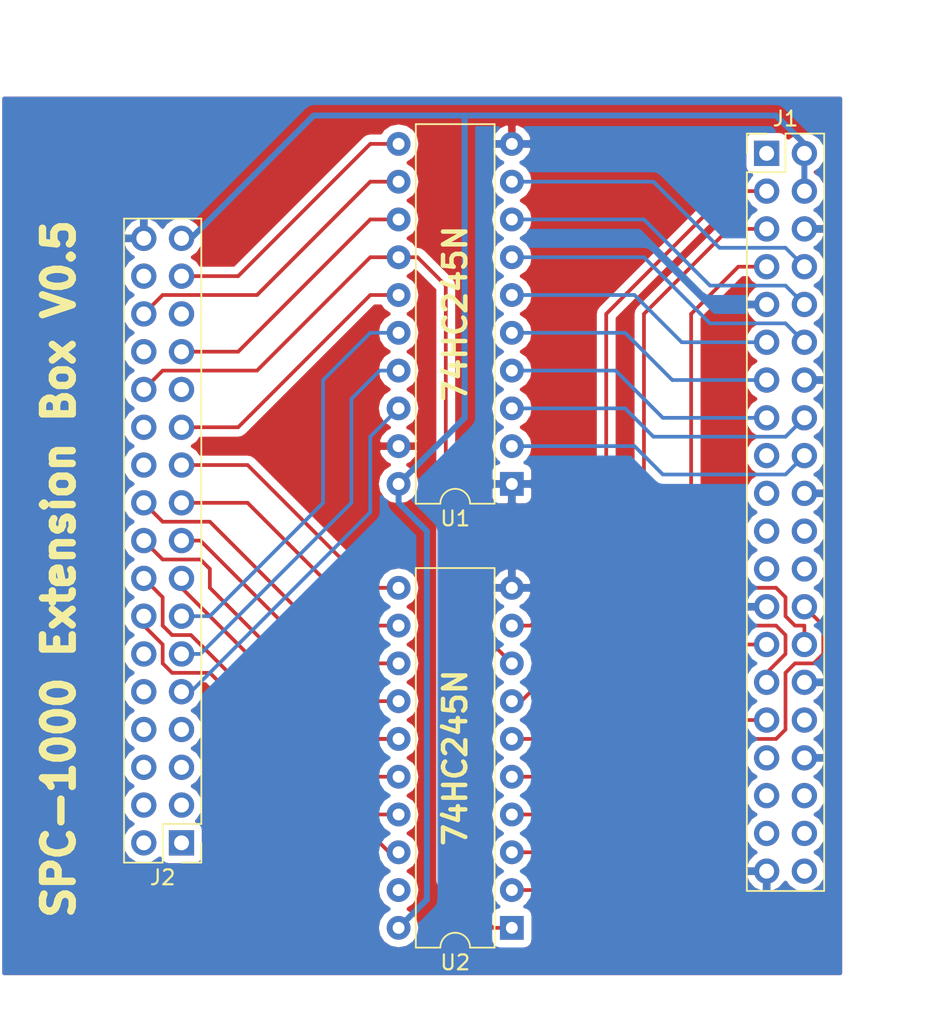
<source format=kicad_pcb>
(kicad_pcb (version 4) (host pcbnew 4.0.7)

  (general
    (links 50)
    (no_connects 2)
    (area 119.38 44.45 186.92 114.460001)
    (thickness 1.6)
    (drawings 15)
    (tracks 166)
    (zones 0)
    (modules 4)
    (nets 65)
  )

  (page A4)
  (layers
    (0 F.Cu signal)
    (31 B.Cu signal)
    (32 B.Adhes user)
    (33 F.Adhes user)
    (34 B.Paste user)
    (35 F.Paste user)
    (36 B.SilkS user)
    (37 F.SilkS user)
    (38 B.Mask user)
    (39 F.Mask user)
    (40 Dwgs.User user)
    (41 Cmts.User user)
    (42 Eco1.User user)
    (43 Eco2.User user)
    (44 Edge.Cuts user)
    (45 Margin user)
    (46 B.CrtYd user)
    (47 F.CrtYd user)
    (48 B.Fab user)
    (49 F.Fab user)
  )

  (setup
    (last_trace_width 0.25)
    (trace_clearance 0.2)
    (zone_clearance 0.508)
    (zone_45_only no)
    (trace_min 0.2)
    (segment_width 0.2)
    (edge_width 0.15)
    (via_size 0.6)
    (via_drill 0.4)
    (via_min_size 0.4)
    (via_min_drill 0.3)
    (uvia_size 0.3)
    (uvia_drill 0.1)
    (uvias_allowed no)
    (uvia_min_size 0.2)
    (uvia_min_drill 0.1)
    (pcb_text_width 0.3)
    (pcb_text_size 1.5 1.5)
    (mod_edge_width 0.15)
    (mod_text_size 1 1)
    (mod_text_width 0.15)
    (pad_size 1.524 1.524)
    (pad_drill 0.762)
    (pad_to_mask_clearance 0.2)
    (aux_axis_origin 0 0)
    (visible_elements FFFFFF7F)
    (pcbplotparams
      (layerselection 0x00030_80000001)
      (usegerberextensions false)
      (excludeedgelayer true)
      (linewidth 0.100000)
      (plotframeref false)
      (viasonmask false)
      (mode 1)
      (useauxorigin false)
      (hpglpennumber 1)
      (hpglpenspeed 20)
      (hpglpendiameter 15)
      (hpglpenoverlay 2)
      (psnegative false)
      (psa4output false)
      (plotreference true)
      (plotvalue true)
      (plotinvisibletext false)
      (padsonsilk false)
      (subtractmaskfromsilk false)
      (outputformat 1)
      (mirror false)
      (drillshape 1)
      (scaleselection 1)
      (outputdirectory ""))
  )

  (net 0 "")
  (net 1 "Net-(J1-Pad1)")
  (net 2 +5V)
  (net 3 /RD2)
  (net 4 /RD3)
  (net 5 GND)
  (net 6 /RD4)
  (net 7 /RRD)
  (net 8 /RWR)
  (net 9 /RRESET)
  (net 10 /RCLK)
  (net 11 /RA0)
  (net 12 /RA1)
  (net 13 "Net-(J1-Pad17)")
  (net 14 /RA2)
  (net 15 "Net-(J1-Pad19)")
  (net 16 "Net-(J1-Pad21)")
  (net 17 "Net-(J1-Pad22)")
  (net 18 "Net-(J1-Pad23)")
  (net 19 /REXT1)
  (net 20 /RD7)
  (net 21 /RD0)
  (net 22 /RD1)
  (net 23 /RD5)
  (net 24 /RD6)
  (net 25 "Net-(J1-Pad32)")
  (net 26 "Net-(J1-Pad33)")
  (net 27 "Net-(J1-Pad35)")
  (net 28 "Net-(J1-Pad36)")
  (net 29 "Net-(J1-Pad37)")
  (net 30 "Net-(J1-Pad38)")
  (net 31 "Net-(J1-Pad40)")
  (net 32 "Net-(J2-Pad1)")
  (net 33 "Net-(J2-Pad2)")
  (net 34 "Net-(J2-Pad3)")
  (net 35 "Net-(J2-Pad4)")
  (net 36 /A2)
  (net 37 /A1)
  (net 38 /A0)
  (net 39 /D0)
  (net 40 /D1)
  (net 41 /D2)
  (net 42 /D3)
  (net 43 /RESET)
  (net 44 /CLK)
  (net 45 /WR)
  (net 46 "Net-(J2-Pad22)")
  (net 47 /D7)
  (net 48 /D6)
  (net 49 /D5)
  (net 50 /D4)
  (net 51 "Net-(J2-Pad28)")
  (net 52 "Net-(J2-Pad29)")
  (net 53 /EXT1)
  (net 54 /RD)
  (net 55 "Net-(J2-Pad5)")
  (net 56 "Net-(J2-Pad6)")
  (net 57 "Net-(J2-Pad7)")
  (net 58 "Net-(J2-Pad8)")
  (net 59 "Net-(J2-Pad10)")
  (net 60 "Net-(J2-Pad12)")
  (net 61 "Net-(J2-Pad24)")
  (net 62 "Net-(J2-Pad25)")
  (net 63 "Net-(J2-Pad32)")
  (net 64 "Net-(J1-Pad24)")

  (net_class Default "This is the default net class."
    (clearance 0.2)
    (trace_width 0.25)
    (via_dia 0.6)
    (via_drill 0.4)
    (uvia_dia 0.3)
    (uvia_drill 0.1)
    (add_net /A0)
    (add_net /A1)
    (add_net /A2)
    (add_net /CLK)
    (add_net /D0)
    (add_net /D1)
    (add_net /D2)
    (add_net /D3)
    (add_net /D4)
    (add_net /D5)
    (add_net /D6)
    (add_net /D7)
    (add_net /EXT1)
    (add_net /RA0)
    (add_net /RA1)
    (add_net /RA2)
    (add_net /RCLK)
    (add_net /RD)
    (add_net /RD0)
    (add_net /RD1)
    (add_net /RD2)
    (add_net /RD3)
    (add_net /RD4)
    (add_net /RD5)
    (add_net /RD6)
    (add_net /RD7)
    (add_net /RESET)
    (add_net /REXT1)
    (add_net /RRD)
    (add_net /RRESET)
    (add_net /RWR)
    (add_net /WR)
    (add_net GND)
    (add_net "Net-(J1-Pad1)")
    (add_net "Net-(J1-Pad17)")
    (add_net "Net-(J1-Pad19)")
    (add_net "Net-(J1-Pad21)")
    (add_net "Net-(J1-Pad22)")
    (add_net "Net-(J1-Pad23)")
    (add_net "Net-(J1-Pad24)")
    (add_net "Net-(J1-Pad32)")
    (add_net "Net-(J1-Pad33)")
    (add_net "Net-(J1-Pad35)")
    (add_net "Net-(J1-Pad36)")
    (add_net "Net-(J1-Pad37)")
    (add_net "Net-(J1-Pad38)")
    (add_net "Net-(J1-Pad40)")
    (add_net "Net-(J2-Pad1)")
    (add_net "Net-(J2-Pad10)")
    (add_net "Net-(J2-Pad12)")
    (add_net "Net-(J2-Pad2)")
    (add_net "Net-(J2-Pad22)")
    (add_net "Net-(J2-Pad24)")
    (add_net "Net-(J2-Pad25)")
    (add_net "Net-(J2-Pad28)")
    (add_net "Net-(J2-Pad29)")
    (add_net "Net-(J2-Pad3)")
    (add_net "Net-(J2-Pad32)")
    (add_net "Net-(J2-Pad4)")
    (add_net "Net-(J2-Pad5)")
    (add_net "Net-(J2-Pad6)")
    (add_net "Net-(J2-Pad7)")
    (add_net "Net-(J2-Pad8)")
  )

  (net_class 5V ""
    (clearance 0.2)
    (trace_width 0.4)
    (via_dia 0.6)
    (via_drill 0.4)
    (uvia_dia 0.3)
    (uvia_drill 0.1)
    (add_net +5V)
  )

  (module Pin_Headers:Pin_Header_Straight_2x20_Pitch2.54mm (layer F.Cu) (tedit 59650533) (tstamp 5A40FE94)
    (at 170.815 54.61)
    (descr "Through hole straight pin header, 2x20, 2.54mm pitch, double rows")
    (tags "Through hole pin header THT 2x20 2.54mm double row")
    (path /5A3E9C84)
    (fp_text reference J1 (at 1.27 -2.33) (layer F.SilkS)
      (effects (font (size 1 1) (thickness 0.15)))
    )
    (fp_text value RPi_GPIO (at 1.27 50.59) (layer F.Fab)
      (effects (font (size 1 1) (thickness 0.15)))
    )
    (fp_line (start 0 -1.27) (end 3.81 -1.27) (layer F.Fab) (width 0.1))
    (fp_line (start 3.81 -1.27) (end 3.81 49.53) (layer F.Fab) (width 0.1))
    (fp_line (start 3.81 49.53) (end -1.27 49.53) (layer F.Fab) (width 0.1))
    (fp_line (start -1.27 49.53) (end -1.27 0) (layer F.Fab) (width 0.1))
    (fp_line (start -1.27 0) (end 0 -1.27) (layer F.Fab) (width 0.1))
    (fp_line (start -1.33 49.59) (end 3.87 49.59) (layer F.SilkS) (width 0.12))
    (fp_line (start -1.33 1.27) (end -1.33 49.59) (layer F.SilkS) (width 0.12))
    (fp_line (start 3.87 -1.33) (end 3.87 49.59) (layer F.SilkS) (width 0.12))
    (fp_line (start -1.33 1.27) (end 1.27 1.27) (layer F.SilkS) (width 0.12))
    (fp_line (start 1.27 1.27) (end 1.27 -1.33) (layer F.SilkS) (width 0.12))
    (fp_line (start 1.27 -1.33) (end 3.87 -1.33) (layer F.SilkS) (width 0.12))
    (fp_line (start -1.33 0) (end -1.33 -1.33) (layer F.SilkS) (width 0.12))
    (fp_line (start -1.33 -1.33) (end 0 -1.33) (layer F.SilkS) (width 0.12))
    (fp_line (start -1.8 -1.8) (end -1.8 50.05) (layer F.CrtYd) (width 0.05))
    (fp_line (start -1.8 50.05) (end 4.35 50.05) (layer F.CrtYd) (width 0.05))
    (fp_line (start 4.35 50.05) (end 4.35 -1.8) (layer F.CrtYd) (width 0.05))
    (fp_line (start 4.35 -1.8) (end -1.8 -1.8) (layer F.CrtYd) (width 0.05))
    (fp_text user %R (at 1.27 24.13 90) (layer F.Fab)
      (effects (font (size 1 1) (thickness 0.15)))
    )
    (pad 1 thru_hole rect (at 0 0) (size 1.7 1.7) (drill 1) (layers *.Cu *.Mask)
      (net 1 "Net-(J1-Pad1)"))
    (pad 2 thru_hole oval (at 2.54 0) (size 1.7 1.7) (drill 1) (layers *.Cu *.Mask)
      (net 2 +5V))
    (pad 3 thru_hole oval (at 0 2.54) (size 1.7 1.7) (drill 1) (layers *.Cu *.Mask)
      (net 3 /RD2))
    (pad 4 thru_hole oval (at 2.54 2.54) (size 1.7 1.7) (drill 1) (layers *.Cu *.Mask)
      (net 2 +5V))
    (pad 5 thru_hole oval (at 0 5.08) (size 1.7 1.7) (drill 1) (layers *.Cu *.Mask)
      (net 4 /RD3))
    (pad 6 thru_hole oval (at 2.54 5.08) (size 1.7 1.7) (drill 1) (layers *.Cu *.Mask)
      (net 5 GND))
    (pad 7 thru_hole oval (at 0 7.62) (size 1.7 1.7) (drill 1) (layers *.Cu *.Mask)
      (net 6 /RD4))
    (pad 8 thru_hole oval (at 2.54 7.62) (size 1.7 1.7) (drill 1) (layers *.Cu *.Mask)
      (net 7 /RRD))
    (pad 9 thru_hole oval (at 0 10.16) (size 1.7 1.7) (drill 1) (layers *.Cu *.Mask)
      (net 5 GND))
    (pad 10 thru_hole oval (at 2.54 10.16) (size 1.7 1.7) (drill 1) (layers *.Cu *.Mask)
      (net 8 /RWR))
    (pad 11 thru_hole oval (at 0 12.7) (size 1.7 1.7) (drill 1) (layers *.Cu *.Mask)
      (net 19 /REXT1))
    (pad 12 thru_hole oval (at 2.54 12.7) (size 1.7 1.7) (drill 1) (layers *.Cu *.Mask)
      (net 10 /RCLK))
    (pad 13 thru_hole oval (at 0 15.24) (size 1.7 1.7) (drill 1) (layers *.Cu *.Mask)
      (net 9 /RRESET))
    (pad 14 thru_hole oval (at 2.54 15.24) (size 1.7 1.7) (drill 1) (layers *.Cu *.Mask)
      (net 5 GND))
    (pad 15 thru_hole oval (at 0 17.78) (size 1.7 1.7) (drill 1) (layers *.Cu *.Mask)
      (net 11 /RA0))
    (pad 16 thru_hole oval (at 2.54 17.78) (size 1.7 1.7) (drill 1) (layers *.Cu *.Mask)
      (net 12 /RA1))
    (pad 17 thru_hole oval (at 0 20.32) (size 1.7 1.7) (drill 1) (layers *.Cu *.Mask)
      (net 13 "Net-(J1-Pad17)"))
    (pad 18 thru_hole oval (at 2.54 20.32) (size 1.7 1.7) (drill 1) (layers *.Cu *.Mask)
      (net 14 /RA2))
    (pad 19 thru_hole oval (at 0 22.86) (size 1.7 1.7) (drill 1) (layers *.Cu *.Mask)
      (net 15 "Net-(J1-Pad19)"))
    (pad 20 thru_hole oval (at 2.54 22.86) (size 1.7 1.7) (drill 1) (layers *.Cu *.Mask)
      (net 5 GND))
    (pad 21 thru_hole oval (at 0 25.4) (size 1.7 1.7) (drill 1) (layers *.Cu *.Mask)
      (net 16 "Net-(J1-Pad21)"))
    (pad 22 thru_hole oval (at 2.54 25.4) (size 1.7 1.7) (drill 1) (layers *.Cu *.Mask)
      (net 17 "Net-(J1-Pad22)"))
    (pad 23 thru_hole oval (at 0 27.94) (size 1.7 1.7) (drill 1) (layers *.Cu *.Mask)
      (net 18 "Net-(J1-Pad23)"))
    (pad 24 thru_hole oval (at 2.54 27.94) (size 1.7 1.7) (drill 1) (layers *.Cu *.Mask)
      (net 64 "Net-(J1-Pad24)"))
    (pad 25 thru_hole oval (at 0 30.48) (size 1.7 1.7) (drill 1) (layers *.Cu *.Mask)
      (net 5 GND))
    (pad 26 thru_hole oval (at 2.54 30.48) (size 1.7 1.7) (drill 1) (layers *.Cu *.Mask)
      (net 20 /RD7))
    (pad 27 thru_hole oval (at 0 33.02) (size 1.7 1.7) (drill 1) (layers *.Cu *.Mask)
      (net 21 /RD0))
    (pad 28 thru_hole oval (at 2.54 33.02) (size 1.7 1.7) (drill 1) (layers *.Cu *.Mask)
      (net 22 /RD1))
    (pad 29 thru_hole oval (at 0 35.56) (size 1.7 1.7) (drill 1) (layers *.Cu *.Mask)
      (net 23 /RD5))
    (pad 30 thru_hole oval (at 2.54 35.56) (size 1.7 1.7) (drill 1) (layers *.Cu *.Mask)
      (net 5 GND))
    (pad 31 thru_hole oval (at 0 38.1) (size 1.7 1.7) (drill 1) (layers *.Cu *.Mask)
      (net 24 /RD6))
    (pad 32 thru_hole oval (at 2.54 38.1) (size 1.7 1.7) (drill 1) (layers *.Cu *.Mask)
      (net 25 "Net-(J1-Pad32)"))
    (pad 33 thru_hole oval (at 0 40.64) (size 1.7 1.7) (drill 1) (layers *.Cu *.Mask)
      (net 26 "Net-(J1-Pad33)"))
    (pad 34 thru_hole oval (at 2.54 40.64) (size 1.7 1.7) (drill 1) (layers *.Cu *.Mask)
      (net 5 GND))
    (pad 35 thru_hole oval (at 0 43.18) (size 1.7 1.7) (drill 1) (layers *.Cu *.Mask)
      (net 27 "Net-(J1-Pad35)"))
    (pad 36 thru_hole oval (at 2.54 43.18) (size 1.7 1.7) (drill 1) (layers *.Cu *.Mask)
      (net 28 "Net-(J1-Pad36)"))
    (pad 37 thru_hole oval (at 0 45.72) (size 1.7 1.7) (drill 1) (layers *.Cu *.Mask)
      (net 29 "Net-(J1-Pad37)"))
    (pad 38 thru_hole oval (at 2.54 45.72) (size 1.7 1.7) (drill 1) (layers *.Cu *.Mask)
      (net 30 "Net-(J1-Pad38)"))
    (pad 39 thru_hole oval (at 0 48.26) (size 1.7 1.7) (drill 1) (layers *.Cu *.Mask)
      (net 5 GND))
    (pad 40 thru_hole oval (at 2.54 48.26) (size 1.7 1.7) (drill 1) (layers *.Cu *.Mask)
      (net 31 "Net-(J1-Pad40)"))
    (model ${KISYS3DMOD}/Pin_Headers.3dshapes/Pin_Header_Straight_2x20_Pitch2.54mm.wrl
      (at (xyz 0 0 0))
      (scale (xyz 1 1 1))
      (rotate (xyz 0 0 0))
    )
  )

  (module Pin_Headers:Pin_Header_Straight_2x17_Pitch2.54mm (layer F.Cu) (tedit 59650533) (tstamp 5A40FECC)
    (at 131.445 100.965 180)
    (descr "Through hole straight pin header, 2x17, 2.54mm pitch, double rows")
    (tags "Through hole pin header THT 2x17 2.54mm double row")
    (path /5A3E9D10)
    (fp_text reference J2 (at 1.27 -2.33 180) (layer F.SilkS)
      (effects (font (size 1 1) (thickness 0.15)))
    )
    (fp_text value Conn_02x17_Top_Bottom (at 1.27 42.97 180) (layer F.Fab)
      (effects (font (size 1 1) (thickness 0.15)))
    )
    (fp_line (start 0 -1.27) (end 3.81 -1.27) (layer F.Fab) (width 0.1))
    (fp_line (start 3.81 -1.27) (end 3.81 41.91) (layer F.Fab) (width 0.1))
    (fp_line (start 3.81 41.91) (end -1.27 41.91) (layer F.Fab) (width 0.1))
    (fp_line (start -1.27 41.91) (end -1.27 0) (layer F.Fab) (width 0.1))
    (fp_line (start -1.27 0) (end 0 -1.27) (layer F.Fab) (width 0.1))
    (fp_line (start -1.33 41.97) (end 3.87 41.97) (layer F.SilkS) (width 0.12))
    (fp_line (start -1.33 1.27) (end -1.33 41.97) (layer F.SilkS) (width 0.12))
    (fp_line (start 3.87 -1.33) (end 3.87 41.97) (layer F.SilkS) (width 0.12))
    (fp_line (start -1.33 1.27) (end 1.27 1.27) (layer F.SilkS) (width 0.12))
    (fp_line (start 1.27 1.27) (end 1.27 -1.33) (layer F.SilkS) (width 0.12))
    (fp_line (start 1.27 -1.33) (end 3.87 -1.33) (layer F.SilkS) (width 0.12))
    (fp_line (start -1.33 0) (end -1.33 -1.33) (layer F.SilkS) (width 0.12))
    (fp_line (start -1.33 -1.33) (end 0 -1.33) (layer F.SilkS) (width 0.12))
    (fp_line (start -1.8 -1.8) (end -1.8 42.45) (layer F.CrtYd) (width 0.05))
    (fp_line (start -1.8 42.45) (end 4.35 42.45) (layer F.CrtYd) (width 0.05))
    (fp_line (start 4.35 42.45) (end 4.35 -1.8) (layer F.CrtYd) (width 0.05))
    (fp_line (start 4.35 -1.8) (end -1.8 -1.8) (layer F.CrtYd) (width 0.05))
    (fp_text user %R (at 1.27 20.32 270) (layer F.Fab)
      (effects (font (size 1 1) (thickness 0.15)))
    )
    (pad 1 thru_hole rect (at 0 0 180) (size 1.7 1.7) (drill 1) (layers *.Cu *.Mask)
      (net 32 "Net-(J2-Pad1)"))
    (pad 2 thru_hole oval (at 2.54 0 180) (size 1.7 1.7) (drill 1) (layers *.Cu *.Mask)
      (net 33 "Net-(J2-Pad2)"))
    (pad 3 thru_hole oval (at 0 2.54 180) (size 1.7 1.7) (drill 1) (layers *.Cu *.Mask)
      (net 34 "Net-(J2-Pad3)"))
    (pad 4 thru_hole oval (at 2.54 2.54 180) (size 1.7 1.7) (drill 1) (layers *.Cu *.Mask)
      (net 35 "Net-(J2-Pad4)"))
    (pad 5 thru_hole oval (at 0 5.08 180) (size 1.7 1.7) (drill 1) (layers *.Cu *.Mask)
      (net 55 "Net-(J2-Pad5)"))
    (pad 6 thru_hole oval (at 2.54 5.08 180) (size 1.7 1.7) (drill 1) (layers *.Cu *.Mask)
      (net 56 "Net-(J2-Pad6)"))
    (pad 7 thru_hole oval (at 0 7.62 180) (size 1.7 1.7) (drill 1) (layers *.Cu *.Mask)
      (net 57 "Net-(J2-Pad7)"))
    (pad 8 thru_hole oval (at 2.54 7.62 180) (size 1.7 1.7) (drill 1) (layers *.Cu *.Mask)
      (net 58 "Net-(J2-Pad8)"))
    (pad 9 thru_hole oval (at 0 10.16 180) (size 1.7 1.7) (drill 1) (layers *.Cu *.Mask)
      (net 36 /A2))
    (pad 10 thru_hole oval (at 2.54 10.16 180) (size 1.7 1.7) (drill 1) (layers *.Cu *.Mask)
      (net 59 "Net-(J2-Pad10)"))
    (pad 11 thru_hole oval (at 0 12.7 180) (size 1.7 1.7) (drill 1) (layers *.Cu *.Mask)
      (net 37 /A1))
    (pad 12 thru_hole oval (at 2.54 12.7 180) (size 1.7 1.7) (drill 1) (layers *.Cu *.Mask)
      (net 60 "Net-(J2-Pad12)"))
    (pad 13 thru_hole oval (at 0 15.24 180) (size 1.7 1.7) (drill 1) (layers *.Cu *.Mask)
      (net 38 /A0))
    (pad 14 thru_hole oval (at 2.54 15.24 180) (size 1.7 1.7) (drill 1) (layers *.Cu *.Mask)
      (net 47 /D7))
    (pad 15 thru_hole oval (at 0 17.78 180) (size 1.7 1.7) (drill 1) (layers *.Cu *.Mask)
      (net 39 /D0))
    (pad 16 thru_hole oval (at 2.54 17.78 180) (size 1.7 1.7) (drill 1) (layers *.Cu *.Mask)
      (net 48 /D6))
    (pad 17 thru_hole oval (at 0 20.32 180) (size 1.7 1.7) (drill 1) (layers *.Cu *.Mask)
      (net 40 /D1))
    (pad 18 thru_hole oval (at 2.54 20.32 180) (size 1.7 1.7) (drill 1) (layers *.Cu *.Mask)
      (net 49 /D5))
    (pad 19 thru_hole oval (at 0 22.86 180) (size 1.7 1.7) (drill 1) (layers *.Cu *.Mask)
      (net 41 /D2))
    (pad 20 thru_hole oval (at 2.54 22.86 180) (size 1.7 1.7) (drill 1) (layers *.Cu *.Mask)
      (net 50 /D4))
    (pad 21 thru_hole oval (at 0 25.4 180) (size 1.7 1.7) (drill 1) (layers *.Cu *.Mask)
      (net 42 /D3))
    (pad 22 thru_hole oval (at 2.54 25.4 180) (size 1.7 1.7) (drill 1) (layers *.Cu *.Mask)
      (net 46 "Net-(J2-Pad22)"))
    (pad 23 thru_hole oval (at 0 27.94 180) (size 1.7 1.7) (drill 1) (layers *.Cu *.Mask)
      (net 43 /RESET))
    (pad 24 thru_hole oval (at 2.54 27.94 180) (size 1.7 1.7) (drill 1) (layers *.Cu *.Mask)
      (net 61 "Net-(J2-Pad24)"))
    (pad 25 thru_hole oval (at 0 30.48 180) (size 1.7 1.7) (drill 1) (layers *.Cu *.Mask)
      (net 62 "Net-(J2-Pad25)"))
    (pad 26 thru_hole oval (at 2.54 30.48 180) (size 1.7 1.7) (drill 1) (layers *.Cu *.Mask)
      (net 53 /EXT1))
    (pad 27 thru_hole oval (at 0 33.02 180) (size 1.7 1.7) (drill 1) (layers *.Cu *.Mask)
      (net 44 /CLK))
    (pad 28 thru_hole oval (at 2.54 33.02 180) (size 1.7 1.7) (drill 1) (layers *.Cu *.Mask)
      (net 51 "Net-(J2-Pad28)"))
    (pad 29 thru_hole oval (at 0 35.56 180) (size 1.7 1.7) (drill 1) (layers *.Cu *.Mask)
      (net 52 "Net-(J2-Pad29)"))
    (pad 30 thru_hole oval (at 2.54 35.56 180) (size 1.7 1.7) (drill 1) (layers *.Cu *.Mask)
      (net 54 /RD))
    (pad 31 thru_hole oval (at 0 38.1 180) (size 1.7 1.7) (drill 1) (layers *.Cu *.Mask)
      (net 45 /WR))
    (pad 32 thru_hole oval (at 2.54 38.1 180) (size 1.7 1.7) (drill 1) (layers *.Cu *.Mask)
      (net 63 "Net-(J2-Pad32)"))
    (pad 33 thru_hole oval (at 0 40.64 180) (size 1.7 1.7) (drill 1) (layers *.Cu *.Mask)
      (net 2 +5V))
    (pad 34 thru_hole oval (at 2.54 40.64 180) (size 1.7 1.7) (drill 1) (layers *.Cu *.Mask)
      (net 5 GND))
    (model ${KISYS3DMOD}/Pin_Headers.3dshapes/Pin_Header_Straight_2x17_Pitch2.54mm.wrl
      (at (xyz 0 0 0))
      (scale (xyz 1 1 1))
      (rotate (xyz 0 0 0))
    )
  )

  (module Housings_DIP:DIP-20_W7.62mm (layer F.Cu) (tedit 59C78D6B) (tstamp 5A40FEF4)
    (at 153.67 76.835 180)
    (descr "20-lead though-hole mounted DIP package, row spacing 7.62 mm (300 mils)")
    (tags "THT DIP DIL PDIP 2.54mm 7.62mm 300mil")
    (path /5A40DFA5)
    (fp_text reference U1 (at 3.81 -2.33 180) (layer F.SilkS)
      (effects (font (size 1 1) (thickness 0.15)))
    )
    (fp_text value 74LS245 (at 3.81 25.19 180) (layer F.Fab)
      (effects (font (size 1 1) (thickness 0.15)))
    )
    (fp_arc (start 3.81 -1.33) (end 2.81 -1.33) (angle -180) (layer F.SilkS) (width 0.12))
    (fp_line (start 1.635 -1.27) (end 6.985 -1.27) (layer F.Fab) (width 0.1))
    (fp_line (start 6.985 -1.27) (end 6.985 24.13) (layer F.Fab) (width 0.1))
    (fp_line (start 6.985 24.13) (end 0.635 24.13) (layer F.Fab) (width 0.1))
    (fp_line (start 0.635 24.13) (end 0.635 -0.27) (layer F.Fab) (width 0.1))
    (fp_line (start 0.635 -0.27) (end 1.635 -1.27) (layer F.Fab) (width 0.1))
    (fp_line (start 2.81 -1.33) (end 1.16 -1.33) (layer F.SilkS) (width 0.12))
    (fp_line (start 1.16 -1.33) (end 1.16 24.19) (layer F.SilkS) (width 0.12))
    (fp_line (start 1.16 24.19) (end 6.46 24.19) (layer F.SilkS) (width 0.12))
    (fp_line (start 6.46 24.19) (end 6.46 -1.33) (layer F.SilkS) (width 0.12))
    (fp_line (start 6.46 -1.33) (end 4.81 -1.33) (layer F.SilkS) (width 0.12))
    (fp_line (start -1.1 -1.55) (end -1.1 24.4) (layer F.CrtYd) (width 0.05))
    (fp_line (start -1.1 24.4) (end 8.7 24.4) (layer F.CrtYd) (width 0.05))
    (fp_line (start 8.7 24.4) (end 8.7 -1.55) (layer F.CrtYd) (width 0.05))
    (fp_line (start 8.7 -1.55) (end -1.1 -1.55) (layer F.CrtYd) (width 0.05))
    (fp_text user %R (at 3.81 11.43 180) (layer F.Fab)
      (effects (font (size 1 1) (thickness 0.15)))
    )
    (pad 1 thru_hole rect (at 0 0 180) (size 1.6 1.6) (drill 0.8) (layers *.Cu *.Mask)
      (net 5 GND))
    (pad 11 thru_hole oval (at 7.62 22.86 180) (size 1.6 1.6) (drill 0.8) (layers *.Cu *.Mask)
      (net 45 /WR))
    (pad 2 thru_hole oval (at 0 2.54 180) (size 1.6 1.6) (drill 0.8) (layers *.Cu *.Mask)
      (net 14 /RA2))
    (pad 12 thru_hole oval (at 7.62 20.32 180) (size 1.6 1.6) (drill 0.8) (layers *.Cu *.Mask)
      (net 54 /RD))
    (pad 3 thru_hole oval (at 0 5.08 180) (size 1.6 1.6) (drill 0.8) (layers *.Cu *.Mask)
      (net 12 /RA1))
    (pad 13 thru_hole oval (at 7.62 17.78 180) (size 1.6 1.6) (drill 0.8) (layers *.Cu *.Mask)
      (net 44 /CLK))
    (pad 4 thru_hole oval (at 0 7.62 180) (size 1.6 1.6) (drill 0.8) (layers *.Cu *.Mask)
      (net 11 /RA0))
    (pad 14 thru_hole oval (at 7.62 15.24 180) (size 1.6 1.6) (drill 0.8) (layers *.Cu *.Mask)
      (net 53 /EXT1))
    (pad 5 thru_hole oval (at 0 10.16 180) (size 1.6 1.6) (drill 0.8) (layers *.Cu *.Mask)
      (net 9 /RRESET))
    (pad 15 thru_hole oval (at 7.62 12.7 180) (size 1.6 1.6) (drill 0.8) (layers *.Cu *.Mask)
      (net 43 /RESET))
    (pad 6 thru_hole oval (at 0 12.7 180) (size 1.6 1.6) (drill 0.8) (layers *.Cu *.Mask)
      (net 19 /REXT1))
    (pad 16 thru_hole oval (at 7.62 10.16 180) (size 1.6 1.6) (drill 0.8) (layers *.Cu *.Mask)
      (net 38 /A0))
    (pad 7 thru_hole oval (at 0 15.24 180) (size 1.6 1.6) (drill 0.8) (layers *.Cu *.Mask)
      (net 10 /RCLK))
    (pad 17 thru_hole oval (at 7.62 7.62 180) (size 1.6 1.6) (drill 0.8) (layers *.Cu *.Mask)
      (net 37 /A1))
    (pad 8 thru_hole oval (at 0 17.78 180) (size 1.6 1.6) (drill 0.8) (layers *.Cu *.Mask)
      (net 8 /RWR))
    (pad 18 thru_hole oval (at 7.62 5.08 180) (size 1.6 1.6) (drill 0.8) (layers *.Cu *.Mask)
      (net 36 /A2))
    (pad 9 thru_hole oval (at 0 20.32 180) (size 1.6 1.6) (drill 0.8) (layers *.Cu *.Mask)
      (net 7 /RRD))
    (pad 19 thru_hole oval (at 7.62 2.54 180) (size 1.6 1.6) (drill 0.8) (layers *.Cu *.Mask)
      (net 5 GND))
    (pad 10 thru_hole oval (at 0 22.86 180) (size 1.6 1.6) (drill 0.8) (layers *.Cu *.Mask)
      (net 5 GND))
    (pad 20 thru_hole oval (at 7.62 0 180) (size 1.6 1.6) (drill 0.8) (layers *.Cu *.Mask)
      (net 2 +5V))
    (model ${KISYS3DMOD}/Housings_DIP.3dshapes/DIP-20_W7.62mm.wrl
      (at (xyz 0 0 0))
      (scale (xyz 1 1 1))
      (rotate (xyz 0 0 0))
    )
  )

  (module Housings_DIP:DIP-20_W7.62mm (layer F.Cu) (tedit 59C78D6B) (tstamp 5A40FF1C)
    (at 153.67 106.68 180)
    (descr "20-lead though-hole mounted DIP package, row spacing 7.62 mm (300 mils)")
    (tags "THT DIP DIL PDIP 2.54mm 7.62mm 300mil")
    (path /5A3E9CA7)
    (fp_text reference U2 (at 3.81 -2.33 180) (layer F.SilkS)
      (effects (font (size 1 1) (thickness 0.15)))
    )
    (fp_text value 74LS245 (at 3.81 25.19 180) (layer F.Fab)
      (effects (font (size 1 1) (thickness 0.15)))
    )
    (fp_arc (start 3.81 -1.33) (end 2.81 -1.33) (angle -180) (layer F.SilkS) (width 0.12))
    (fp_line (start 1.635 -1.27) (end 6.985 -1.27) (layer F.Fab) (width 0.1))
    (fp_line (start 6.985 -1.27) (end 6.985 24.13) (layer F.Fab) (width 0.1))
    (fp_line (start 6.985 24.13) (end 0.635 24.13) (layer F.Fab) (width 0.1))
    (fp_line (start 0.635 24.13) (end 0.635 -0.27) (layer F.Fab) (width 0.1))
    (fp_line (start 0.635 -0.27) (end 1.635 -1.27) (layer F.Fab) (width 0.1))
    (fp_line (start 2.81 -1.33) (end 1.16 -1.33) (layer F.SilkS) (width 0.12))
    (fp_line (start 1.16 -1.33) (end 1.16 24.19) (layer F.SilkS) (width 0.12))
    (fp_line (start 1.16 24.19) (end 6.46 24.19) (layer F.SilkS) (width 0.12))
    (fp_line (start 6.46 24.19) (end 6.46 -1.33) (layer F.SilkS) (width 0.12))
    (fp_line (start 6.46 -1.33) (end 4.81 -1.33) (layer F.SilkS) (width 0.12))
    (fp_line (start -1.1 -1.55) (end -1.1 24.4) (layer F.CrtYd) (width 0.05))
    (fp_line (start -1.1 24.4) (end 8.7 24.4) (layer F.CrtYd) (width 0.05))
    (fp_line (start 8.7 24.4) (end 8.7 -1.55) (layer F.CrtYd) (width 0.05))
    (fp_line (start 8.7 -1.55) (end -1.1 -1.55) (layer F.CrtYd) (width 0.05))
    (fp_text user %R (at 3.81 11.43 180) (layer F.Fab)
      (effects (font (size 1 1) (thickness 0.15)))
    )
    (pad 1 thru_hole rect (at 0 0 180) (size 1.6 1.6) (drill 0.8) (layers *.Cu *.Mask)
      (net 53 /EXT1))
    (pad 11 thru_hole oval (at 7.62 22.86 180) (size 1.6 1.6) (drill 0.8) (layers *.Cu *.Mask)
      (net 42 /D3))
    (pad 2 thru_hole oval (at 0 2.54 180) (size 1.6 1.6) (drill 0.8) (layers *.Cu *.Mask)
      (net 20 /RD7))
    (pad 12 thru_hole oval (at 7.62 20.32 180) (size 1.6 1.6) (drill 0.8) (layers *.Cu *.Mask)
      (net 41 /D2))
    (pad 3 thru_hole oval (at 0 5.08 180) (size 1.6 1.6) (drill 0.8) (layers *.Cu *.Mask)
      (net 24 /RD6))
    (pad 13 thru_hole oval (at 7.62 17.78 180) (size 1.6 1.6) (drill 0.8) (layers *.Cu *.Mask)
      (net 50 /D4))
    (pad 4 thru_hole oval (at 0 7.62 180) (size 1.6 1.6) (drill 0.8) (layers *.Cu *.Mask)
      (net 21 /RD0))
    (pad 14 thru_hole oval (at 7.62 15.24 180) (size 1.6 1.6) (drill 0.8) (layers *.Cu *.Mask)
      (net 40 /D1))
    (pad 5 thru_hole oval (at 0 10.16 180) (size 1.6 1.6) (drill 0.8) (layers *.Cu *.Mask)
      (net 23 /RD5))
    (pad 15 thru_hole oval (at 7.62 12.7 180) (size 1.6 1.6) (drill 0.8) (layers *.Cu *.Mask)
      (net 49 /D5))
    (pad 6 thru_hole oval (at 0 12.7 180) (size 1.6 1.6) (drill 0.8) (layers *.Cu *.Mask)
      (net 22 /RD1))
    (pad 16 thru_hole oval (at 7.62 10.16 180) (size 1.6 1.6) (drill 0.8) (layers *.Cu *.Mask)
      (net 39 /D0))
    (pad 7 thru_hole oval (at 0 15.24 180) (size 1.6 1.6) (drill 0.8) (layers *.Cu *.Mask)
      (net 6 /RD4))
    (pad 17 thru_hole oval (at 7.62 7.62 180) (size 1.6 1.6) (drill 0.8) (layers *.Cu *.Mask)
      (net 48 /D6))
    (pad 8 thru_hole oval (at 0 17.78 180) (size 1.6 1.6) (drill 0.8) (layers *.Cu *.Mask)
      (net 3 /RD2))
    (pad 18 thru_hole oval (at 7.62 5.08 180) (size 1.6 1.6) (drill 0.8) (layers *.Cu *.Mask)
      (net 47 /D7))
    (pad 9 thru_hole oval (at 0 20.32 180) (size 1.6 1.6) (drill 0.8) (layers *.Cu *.Mask)
      (net 4 /RD3))
    (pad 19 thru_hole oval (at 7.62 2.54 180) (size 1.6 1.6) (drill 0.8) (layers *.Cu *.Mask)
      (net 54 /RD))
    (pad 10 thru_hole oval (at 0 22.86 180) (size 1.6 1.6) (drill 0.8) (layers *.Cu *.Mask)
      (net 5 GND))
    (pad 20 thru_hole oval (at 7.62 0 180) (size 1.6 1.6) (drill 0.8) (layers *.Cu *.Mask)
      (net 2 +5V))
    (model ${KISYS3DMOD}/Housings_DIP.3dshapes/DIP-20_W7.62mm.wrl
      (at (xyz 0 0 0))
      (scale (xyz 1 1 1))
      (rotate (xyz 0 0 0))
    )
  )

  (gr_text "SPC-1000 Extension Box V0.5" (at 123.19 82.55 90) (layer F.SilkS)
    (effects (font (size 2 2) (thickness 0.5)))
  )
  (gr_text 74HC245N (at 149.86 65.405 90) (layer F.SilkS)
    (effects (font (size 1.5 1.5) (thickness 0.3)))
  )
  (gr_text 74HC245N (at 149.86 95.25 90) (layer F.SilkS)
    (effects (font (size 1.5 1.5) (thickness 0.3)))
  )
  (dimension 65.405 (width 0.3) (layer Dwgs.User)
    (gr_text "65.405 mm" (at 180.42 77.1525 90) (layer Dwgs.User)
      (effects (font (size 1.5 1.5) (thickness 0.3)))
    )
    (feature1 (pts (xy 177.165 44.45) (xy 181.77 44.45)))
    (feature2 (pts (xy 177.165 109.855) (xy 181.77 109.855)))
    (crossbar (pts (xy 179.07 109.855) (xy 179.07 44.45)))
    (arrow1a (pts (xy 179.07 44.45) (xy 179.656421 45.576504)))
    (arrow1b (pts (xy 179.07 44.45) (xy 178.483579 45.576504)))
    (arrow2a (pts (xy 179.07 109.855) (xy 179.656421 108.728496)))
    (arrow2b (pts (xy 179.07 109.855) (xy 178.483579 108.728496)))
  )
  (dimension 56.515 (width 0.3) (layer Dwgs.User)
    (gr_text "56.515 mm" (at 147.6375 109.775) (layer Dwgs.User)
      (effects (font (size 1.5 1.5) (thickness 0.3)))
    )
    (feature1 (pts (xy 119.38 113.03) (xy 119.38 108.425)))
    (feature2 (pts (xy 175.895 113.03) (xy 175.895 108.425)))
    (crossbar (pts (xy 175.895 111.125) (xy 119.38 111.125)))
    (arrow1a (pts (xy 119.38 111.125) (xy 120.506504 110.538579)))
    (arrow1b (pts (xy 119.38 111.125) (xy 120.506504 111.711421)))
    (arrow2a (pts (xy 175.895 111.125) (xy 174.768496 110.538579)))
    (arrow2b (pts (xy 175.895 111.125) (xy 174.768496 111.711421)))
  )
  (dimension 50.165 (width 0.3) (layer Dwgs.User)
    (gr_text "50.165 mm" (at 150.8125 113.11) (layer Dwgs.User)
      (effects (font (size 1.5 1.5) (thickness 0.3)))
    )
    (feature1 (pts (xy 175.895 111.76) (xy 175.895 114.46)))
    (feature2 (pts (xy 125.73 111.76) (xy 125.73 114.46)))
    (crossbar (pts (xy 125.73 111.76) (xy 175.895 111.76)))
    (arrow1a (pts (xy 175.895 111.76) (xy 174.768496 112.346421)))
    (arrow1b (pts (xy 175.895 111.76) (xy 174.768496 111.173579)))
    (arrow2a (pts (xy 125.73 111.76) (xy 126.856504 112.346421)))
    (arrow2b (pts (xy 125.73 111.76) (xy 126.856504 111.173579)))
  )
  (gr_line (start 125.73 109.855) (end 175.895 109.855) (angle 90) (layer B.Paste) (width 0.2))
  (gr_line (start 125.73 50.8) (end 125.73 109.855) (angle 90) (layer B.Paste) (width 0.2))
  (gr_line (start 175.895 50.8) (end 125.73 50.8) (angle 90) (layer B.Paste) (width 0.2))
  (gr_line (start 175.895 109.855) (end 175.895 50.8) (angle 90) (layer B.Paste) (width 0.2))
  (gr_line (start 175.26 109.855) (end 175.895 109.855) (angle 90) (layer F.Paste) (width 0.2))
  (gr_line (start 125.73 109.855) (end 175.26 109.855) (angle 90) (layer F.Paste) (width 0.2))
  (gr_line (start 125.73 50.8) (end 125.73 109.855) (angle 90) (layer F.Paste) (width 0.2))
  (gr_line (start 175.895 50.8) (end 125.73 50.8) (angle 90) (layer F.Paste) (width 0.2))
  (gr_line (start 175.895 109.855) (end 175.895 50.8) (angle 90) (layer F.Paste) (width 0.2))

  (segment (start 173.355 54.61) (end 173.355 53.975) (width 0.4) (layer B.Cu) (net 2))
  (segment (start 173.355 53.975) (end 171.45 52.07) (width 0.4) (layer B.Cu) (net 2) (tstamp 5A41F7FF))
  (segment (start 173.355 54.61) (end 173.355 57.15) (width 0.4) (layer B.Cu) (net 2))
  (segment (start 131.445 60.325) (end 132.08 60.325) (width 0.4) (layer B.Cu) (net 2))
  (segment (start 132.08 60.325) (end 140.335 52.07) (width 0.4) (layer B.Cu) (net 2) (tstamp 5A41F7F6))
  (segment (start 140.335 52.07) (end 171.45 52.07) (width 0.4) (layer B.Cu) (net 2) (tstamp 5A41F7F7))
  (segment (start 146.05 76.835) (end 146.05 78.105) (width 0.4) (layer B.Cu) (net 2))
  (segment (start 147.955 104.775) (end 146.05 106.68) (width 0.4) (layer B.Cu) (net 2) (tstamp 5A41F7F1))
  (segment (start 147.955 80.01) (end 147.955 104.775) (width 0.4) (layer B.Cu) (net 2) (tstamp 5A41F7EF))
  (segment (start 146.05 78.105) (end 147.955 80.01) (width 0.4) (layer B.Cu) (net 2) (tstamp 5A41F7EE))
  (segment (start 150.495 52.07) (end 150.495 72.39) (width 0.4) (layer B.Cu) (net 2))
  (segment (start 150.495 72.39) (end 146.05 76.835) (width 0.4) (layer B.Cu) (net 2) (tstamp 5A41F7EA))
  (segment (start 132.08 60.325) (end 140.335 52.07) (width 0.25) (layer B.Cu) (net 2) (tstamp 5A41F7CF))
  (segment (start 140.335 52.07) (end 150.495 52.07) (width 0.25) (layer B.Cu) (net 2) (tstamp 5A41F7D0))
  (segment (start 153.67 88.9) (end 151.13 86.36) (width 0.25) (layer F.Cu) (net 3))
  (segment (start 168.275 57.15) (end 170.815 57.15) (width 0.25) (layer F.Cu) (net 3) (tstamp 5A41F73D))
  (segment (start 160.02 65.405) (end 168.275 57.15) (width 0.25) (layer F.Cu) (net 3) (tstamp 5A41F73B))
  (segment (start 160.02 76.835) (end 160.02 65.405) (width 0.25) (layer F.Cu) (net 3) (tstamp 5A41F739))
  (segment (start 156.845 80.01) (end 160.02 76.835) (width 0.25) (layer F.Cu) (net 3) (tstamp 5A41F738))
  (segment (start 153.035 80.01) (end 156.845 80.01) (width 0.25) (layer F.Cu) (net 3) (tstamp 5A41F737))
  (segment (start 151.13 81.915) (end 153.035 80.01) (width 0.25) (layer F.Cu) (net 3) (tstamp 5A41F736))
  (segment (start 151.13 86.36) (end 151.13 81.915) (width 0.25) (layer F.Cu) (net 3) (tstamp 5A41F735))
  (segment (start 153.67 86.36) (end 154.94 86.36) (width 0.25) (layer F.Cu) (net 4))
  (segment (start 168.275 59.69) (end 170.815 59.69) (width 0.25) (layer F.Cu) (net 4) (tstamp 5A41F729))
  (segment (start 162.56 65.405) (end 168.275 59.69) (width 0.25) (layer F.Cu) (net 4) (tstamp 5A41F727))
  (segment (start 162.56 78.74) (end 162.56 65.405) (width 0.25) (layer F.Cu) (net 4) (tstamp 5A41F725))
  (segment (start 154.94 86.36) (end 162.56 78.74) (width 0.25) (layer F.Cu) (net 4) (tstamp 5A41F723))
  (segment (start 153.67 91.44) (end 154.305 91.44) (width 0.25) (layer F.Cu) (net 6))
  (segment (start 154.305 91.44) (end 165.735 80.01) (width 0.25) (layer F.Cu) (net 6) (tstamp 5A41F741))
  (segment (start 165.735 80.01) (end 165.735 65.405) (width 0.25) (layer F.Cu) (net 6) (tstamp 5A41F742))
  (segment (start 165.735 65.405) (end 168.91 62.23) (width 0.25) (layer F.Cu) (net 6) (tstamp 5A41F744))
  (segment (start 168.91 62.23) (end 170.815 62.23) (width 0.25) (layer F.Cu) (net 6) (tstamp 5A41F746))
  (segment (start 153.67 56.515) (end 163.195 56.515) (width 0.25) (layer B.Cu) (net 7))
  (segment (start 172.085 60.96) (end 173.355 62.23) (width 0.25) (layer B.Cu) (net 7) (tstamp 5A41F774))
  (segment (start 167.64 60.96) (end 172.085 60.96) (width 0.25) (layer B.Cu) (net 7) (tstamp 5A41F772))
  (segment (start 163.195 56.515) (end 167.64 60.96) (width 0.25) (layer B.Cu) (net 7) (tstamp 5A41F771))
  (segment (start 153.67 59.055) (end 162.56 59.055) (width 0.25) (layer B.Cu) (net 8))
  (segment (start 172.085 63.5) (end 173.355 64.77) (width 0.25) (layer B.Cu) (net 8) (tstamp 5A41F77C))
  (segment (start 167.005 63.5) (end 172.085 63.5) (width 0.25) (layer B.Cu) (net 8) (tstamp 5A41F77A))
  (segment (start 162.56 59.055) (end 167.005 63.5) (width 0.25) (layer B.Cu) (net 8) (tstamp 5A41F778))
  (segment (start 153.67 66.675) (end 161.29 66.675) (width 0.25) (layer B.Cu) (net 9))
  (segment (start 164.465 69.85) (end 170.815 69.85) (width 0.25) (layer B.Cu) (net 9) (tstamp 5A41F78F))
  (segment (start 161.29 66.675) (end 164.465 69.85) (width 0.25) (layer B.Cu) (net 9) (tstamp 5A41F78D))
  (segment (start 153.67 61.595) (end 162.56 61.595) (width 0.25) (layer B.Cu) (net 10))
  (segment (start 172.085 66.04) (end 173.355 67.31) (width 0.25) (layer B.Cu) (net 10) (tstamp 5A41F784))
  (segment (start 167.005 66.04) (end 172.085 66.04) (width 0.25) (layer B.Cu) (net 10) (tstamp 5A41F782))
  (segment (start 162.56 61.595) (end 167.005 66.04) (width 0.25) (layer B.Cu) (net 10) (tstamp 5A41F780))
  (segment (start 153.67 69.215) (end 160.655 69.215) (width 0.25) (layer B.Cu) (net 11))
  (segment (start 163.83 72.39) (end 170.815 72.39) (width 0.25) (layer B.Cu) (net 11) (tstamp 5A41F795))
  (segment (start 160.655 69.215) (end 163.83 72.39) (width 0.25) (layer B.Cu) (net 11) (tstamp 5A41F793))
  (segment (start 153.67 71.755) (end 161.29 71.755) (width 0.25) (layer B.Cu) (net 12))
  (segment (start 172.085 73.66) (end 173.355 72.39) (width 0.25) (layer B.Cu) (net 12) (tstamp 5A41F79D))
  (segment (start 163.195 73.66) (end 172.085 73.66) (width 0.25) (layer B.Cu) (net 12) (tstamp 5A41F79B))
  (segment (start 161.29 71.755) (end 163.195 73.66) (width 0.25) (layer B.Cu) (net 12) (tstamp 5A41F799))
  (segment (start 153.67 74.295) (end 161.925 74.295) (width 0.25) (layer B.Cu) (net 14))
  (segment (start 172.085 76.2) (end 173.355 74.93) (width 0.25) (layer B.Cu) (net 14) (tstamp 5A41F7A5))
  (segment (start 163.83 76.2) (end 172.085 76.2) (width 0.25) (layer B.Cu) (net 14) (tstamp 5A41F7A3))
  (segment (start 161.925 74.295) (end 163.83 76.2) (width 0.25) (layer B.Cu) (net 14) (tstamp 5A41F7A1))
  (segment (start 153.67 64.135) (end 161.925 64.135) (width 0.25) (layer B.Cu) (net 19))
  (segment (start 165.1 67.31) (end 170.815 67.31) (width 0.25) (layer B.Cu) (net 19) (tstamp 5A41F789))
  (segment (start 161.925 64.135) (end 165.1 67.31) (width 0.25) (layer B.Cu) (net 19) (tstamp 5A41F788))
  (segment (start 153.67 104.14) (end 158.115 104.14) (width 0.25) (layer F.Cu) (net 20))
  (segment (start 168.275 93.98) (end 171.45 93.98) (width 0.25) (layer F.Cu) (net 20) (tstamp 5A41F75F))
  (segment (start 171.45 93.98) (end 172.085 93.345) (width 0.25) (layer F.Cu) (net 20) (tstamp 5A41F761))
  (segment (start 174.625 86.36) (end 173.355 85.09) (width 0.25) (layer F.Cu) (net 20) (tstamp 5A41F76E))
  (segment (start 174.625 88.265) (end 174.625 86.36) (width 0.25) (layer F.Cu) (net 20) (tstamp 5A41F76D))
  (segment (start 173.99 88.9) (end 174.625 88.265) (width 0.25) (layer F.Cu) (net 20) (tstamp 5A41F76C))
  (segment (start 172.72 88.9) (end 173.99 88.9) (width 0.25) (layer F.Cu) (net 20) (tstamp 5A41F76B))
  (segment (start 172.085 89.535) (end 172.72 88.9) (width 0.25) (layer F.Cu) (net 20) (tstamp 5A41F76A))
  (segment (start 172.085 93.345) (end 172.085 89.535) (width 0.25) (layer F.Cu) (net 20))
  (segment (start 158.115 104.14) (end 168.275 93.98) (width 0.25) (layer F.Cu) (net 20) (tstamp 5A41F75D))
  (segment (start 153.67 99.06) (end 156.21 99.06) (width 0.25) (layer F.Cu) (net 21))
  (segment (start 167.64 87.63) (end 170.815 87.63) (width 0.25) (layer F.Cu) (net 21) (tstamp 5A41F704))
  (segment (start 156.21 99.06) (end 167.64 87.63) (width 0.25) (layer F.Cu) (net 21) (tstamp 5A41F702))
  (segment (start 173.355 88.265) (end 173.355 87.63) (width 0.25) (layer F.Cu) (net 22) (tstamp 5A41F764))
  (segment (start 172.085 84.455) (end 172.085 85.725) (width 0.25) (layer F.Cu) (net 22))
  (segment (start 156.845 93.98) (end 167.005 83.82) (width 0.25) (layer F.Cu) (net 22) (tstamp 5A41F708))
  (segment (start 167.005 83.82) (end 171.45 83.82) (width 0.25) (layer F.Cu) (net 22) (tstamp 5A41F70A))
  (segment (start 171.45 83.82) (end 172.085 84.455) (width 0.25) (layer F.Cu) (net 22) (tstamp 5A41F70C))
  (segment (start 153.67 93.98) (end 156.845 93.98) (width 0.25) (layer F.Cu) (net 22))
  (segment (start 173.355 86.36) (end 173.355 87.63) (width 0.25) (layer F.Cu) (net 22) (tstamp 5A41F720))
  (segment (start 172.72 86.36) (end 173.355 86.36) (width 0.25) (layer F.Cu) (net 22) (tstamp 5A41F71F))
  (segment (start 172.085 85.725) (end 172.72 86.36) (width 0.25) (layer F.Cu) (net 22) (tstamp 5A41F71E))
  (segment (start 172.085 86.995) (end 172.085 88.265) (width 0.25) (layer F.Cu) (net 23))
  (segment (start 156.845 96.52) (end 167.005 86.36) (width 0.25) (layer F.Cu) (net 23) (tstamp 5A41F712))
  (segment (start 167.005 86.36) (end 171.45 86.36) (width 0.25) (layer F.Cu) (net 23) (tstamp 5A41F714))
  (segment (start 171.45 86.36) (end 172.085 86.995) (width 0.25) (layer F.Cu) (net 23) (tstamp 5A41F716))
  (segment (start 153.67 96.52) (end 156.845 96.52) (width 0.25) (layer F.Cu) (net 23))
  (segment (start 172.085 88.265) (end 170.815 89.535) (width 0.25) (layer F.Cu) (net 23) (tstamp 5A41F759))
  (segment (start 170.815 89.535) (end 170.815 90.17) (width 0.25) (layer F.Cu) (net 23) (tstamp 5A41F75A))
  (segment (start 153.67 101.6) (end 158.115 101.6) (width 0.25) (layer F.Cu) (net 24))
  (segment (start 167.005 92.71) (end 170.815 92.71) (width 0.25) (layer F.Cu) (net 24) (tstamp 5A41F6FE))
  (segment (start 158.115 101.6) (end 167.005 92.71) (width 0.25) (layer F.Cu) (net 24) (tstamp 5A41F6FC))
  (segment (start 131.445 90.805) (end 132.08 90.805) (width 0.25) (layer B.Cu) (net 36))
  (segment (start 132.08 90.805) (end 144.145 78.74) (width 0.25) (layer B.Cu) (net 36) (tstamp 5A41F7BF))
  (segment (start 144.145 78.74) (end 144.145 73.66) (width 0.25) (layer B.Cu) (net 36) (tstamp 5A41F7C0))
  (segment (start 144.145 73.66) (end 146.05 71.755) (width 0.25) (layer B.Cu) (net 36) (tstamp 5A41F7C2))
  (segment (start 131.445 88.265) (end 132.715 88.265) (width 0.25) (layer B.Cu) (net 37))
  (segment (start 144.78 69.215) (end 146.05 69.215) (width 0.25) (layer B.Cu) (net 37) (tstamp 5A41F7BB))
  (segment (start 142.875 71.12) (end 144.78 69.215) (width 0.25) (layer B.Cu) (net 37) (tstamp 5A41F7B9))
  (segment (start 142.875 78.105) (end 142.875 71.12) (width 0.25) (layer B.Cu) (net 37) (tstamp 5A41F7B7))
  (segment (start 132.715 88.265) (end 142.875 78.105) (width 0.25) (layer B.Cu) (net 37) (tstamp 5A41F7B5))
  (segment (start 131.445 85.725) (end 133.35 85.725) (width 0.25) (layer B.Cu) (net 38))
  (segment (start 144.145 66.675) (end 146.05 66.675) (width 0.25) (layer B.Cu) (net 38) (tstamp 5A41F7B0))
  (segment (start 140.97 69.85) (end 144.145 66.675) (width 0.25) (layer B.Cu) (net 38) (tstamp 5A41F7AE))
  (segment (start 140.97 78.105) (end 140.97 69.85) (width 0.25) (layer B.Cu) (net 38) (tstamp 5A41F7AC))
  (segment (start 133.35 85.725) (end 140.97 78.105) (width 0.25) (layer B.Cu) (net 38) (tstamp 5A41F7AA))
  (segment (start 131.445 83.185) (end 131.445 83.82) (width 0.25) (layer F.Cu) (net 39))
  (segment (start 131.445 83.82) (end 144.145 96.52) (width 0.25) (layer F.Cu) (net 39) (tstamp 5A41F6EB))
  (segment (start 144.145 96.52) (end 146.05 96.52) (width 0.25) (layer F.Cu) (net 39) (tstamp 5A41F6EC))
  (segment (start 131.445 80.645) (end 132.715 80.645) (width 0.25) (layer F.Cu) (net 40))
  (segment (start 143.51 91.44) (end 146.05 91.44) (width 0.25) (layer F.Cu) (net 40) (tstamp 5A41F6C8))
  (segment (start 132.715 80.645) (end 143.51 91.44) (width 0.25) (layer F.Cu) (net 40) (tstamp 5A41F6C6))
  (segment (start 131.445 78.105) (end 135.89 78.105) (width 0.25) (layer F.Cu) (net 41))
  (segment (start 144.145 86.36) (end 146.05 86.36) (width 0.25) (layer F.Cu) (net 41) (tstamp 5A41F6BC))
  (segment (start 135.89 78.105) (end 144.145 86.36) (width 0.25) (layer F.Cu) (net 41) (tstamp 5A41F6BA))
  (segment (start 131.445 75.565) (end 135.89 75.565) (width 0.25) (layer F.Cu) (net 42))
  (segment (start 144.145 83.82) (end 146.05 83.82) (width 0.25) (layer F.Cu) (net 42) (tstamp 5A41F6B6))
  (segment (start 135.89 75.565) (end 144.145 83.82) (width 0.25) (layer F.Cu) (net 42) (tstamp 5A41F6B4))
  (segment (start 131.445 73.025) (end 135.255 73.025) (width 0.25) (layer F.Cu) (net 43))
  (segment (start 144.145 64.135) (end 146.05 64.135) (width 0.25) (layer F.Cu) (net 43) (tstamp 5A41F6B0))
  (segment (start 135.255 73.025) (end 144.145 64.135) (width 0.25) (layer F.Cu) (net 43) (tstamp 5A41F6AE))
  (segment (start 131.445 67.945) (end 135.255 67.945) (width 0.25) (layer F.Cu) (net 44))
  (segment (start 144.145 59.055) (end 146.05 59.055) (width 0.25) (layer F.Cu) (net 44) (tstamp 5A41F69E))
  (segment (start 135.255 67.945) (end 144.145 59.055) (width 0.25) (layer F.Cu) (net 44) (tstamp 5A41F69C))
  (segment (start 131.445 62.865) (end 135.255 62.865) (width 0.25) (layer F.Cu) (net 45))
  (segment (start 144.145 53.975) (end 146.05 53.975) (width 0.25) (layer F.Cu) (net 45) (tstamp 5A41F692))
  (segment (start 135.255 62.865) (end 144.145 53.975) (width 0.25) (layer F.Cu) (net 45) (tstamp 5A41F690))
  (segment (start 128.905 85.725) (end 128.905 86.36) (width 0.25) (layer F.Cu) (net 47))
  (segment (start 128.905 86.36) (end 130.175 87.63) (width 0.25) (layer F.Cu) (net 47) (tstamp 5A41F6DC))
  (segment (start 130.175 87.63) (end 130.175 88.9) (width 0.25) (layer F.Cu) (net 47) (tstamp 5A41F6DD))
  (segment (start 130.175 88.9) (end 130.81 89.535) (width 0.25) (layer F.Cu) (net 47) (tstamp 5A41F6DE))
  (segment (start 130.81 89.535) (end 133.35 89.535) (width 0.25) (layer F.Cu) (net 47) (tstamp 5A41F6DF))
  (segment (start 133.35 89.535) (end 145.415 101.6) (width 0.25) (layer F.Cu) (net 47) (tstamp 5A41F6E0))
  (segment (start 145.415 101.6) (end 146.05 101.6) (width 0.25) (layer F.Cu) (net 47) (tstamp 5A41F6E1))
  (segment (start 130.81 86.995) (end 132.08 86.995) (width 0.25) (layer F.Cu) (net 48))
  (segment (start 130.175 86.36) (end 130.81 86.995) (width 0.25) (layer F.Cu) (net 48) (tstamp 5A41F6D6))
  (segment (start 130.175 84.455) (end 130.175 86.36) (width 0.25) (layer F.Cu) (net 48) (tstamp 5A41F6D5))
  (segment (start 128.905 83.185) (end 130.175 84.455) (width 0.25) (layer F.Cu) (net 48))
  (segment (start 144.145 99.06) (end 132.08 86.995) (width 0.25) (layer F.Cu) (net 48) (tstamp 5A41F6F1))
  (segment (start 144.145 99.06) (end 146.05 99.06) (width 0.25) (layer F.Cu) (net 48))
  (segment (start 145.415 99.06) (end 146.05 99.06) (width 0.25) (layer F.Cu) (net 48) (tstamp 5A41F6D9))
  (segment (start 132.715 81.915) (end 133.35 82.55) (width 0.25) (layer F.Cu) (net 49))
  (segment (start 130.175 81.915) (end 132.715 81.915) (width 0.25) (layer F.Cu) (net 49) (tstamp 5A41F6CC))
  (segment (start 128.905 80.645) (end 130.175 81.915) (width 0.25) (layer F.Cu) (net 49))
  (segment (start 143.51 93.98) (end 146.05 93.98) (width 0.25) (layer F.Cu) (net 49) (tstamp 5A41F6E7))
  (segment (start 133.35 83.82) (end 143.51 93.98) (width 0.25) (layer F.Cu) (net 49) (tstamp 5A41F6E6))
  (segment (start 133.35 82.55) (end 133.35 83.82) (width 0.25) (layer F.Cu) (net 49) (tstamp 5A41F6E5))
  (segment (start 144.78 93.98) (end 146.05 93.98) (width 0.25) (layer F.Cu) (net 49) (tstamp 5A41F6CE))
  (segment (start 128.905 78.105) (end 130.175 79.375) (width 0.25) (layer F.Cu) (net 50))
  (segment (start 142.875 88.9) (end 146.05 88.9) (width 0.25) (layer F.Cu) (net 50) (tstamp 5A41F6C2))
  (segment (start 133.35 79.375) (end 142.875 88.9) (width 0.25) (layer F.Cu) (net 50) (tstamp 5A41F6C1))
  (segment (start 130.175 79.375) (end 133.35 79.375) (width 0.25) (layer F.Cu) (net 50) (tstamp 5A41F6C0))
  (segment (start 146.05 61.595) (end 147.32 61.595) (width 0.25) (layer F.Cu) (net 53))
  (segment (start 152.4 106.68) (end 153.67 106.68) (width 0.25) (layer F.Cu) (net 53) (tstamp 5A41F750))
  (segment (start 149.225 103.505) (end 152.4 106.68) (width 0.25) (layer F.Cu) (net 53) (tstamp 5A41F74E))
  (segment (start 149.225 63.5) (end 149.225 103.505) (width 0.25) (layer F.Cu) (net 53) (tstamp 5A41F74C))
  (segment (start 147.32 61.595) (end 149.225 63.5) (width 0.25) (layer F.Cu) (net 53) (tstamp 5A41F74A))
  (segment (start 128.905 70.485) (end 130.175 69.215) (width 0.25) (layer F.Cu) (net 53))
  (segment (start 144.145 61.595) (end 146.05 61.595) (width 0.25) (layer F.Cu) (net 53) (tstamp 5A41F6AA))
  (segment (start 136.525 69.215) (end 144.145 61.595) (width 0.25) (layer F.Cu) (net 53) (tstamp 5A41F6A9))
  (segment (start 130.175 69.215) (end 136.525 69.215) (width 0.25) (layer F.Cu) (net 53) (tstamp 5A41F6A8))
  (segment (start 128.905 65.405) (end 130.175 64.135) (width 0.25) (layer F.Cu) (net 54))
  (segment (start 144.145 56.515) (end 146.05 56.515) (width 0.25) (layer F.Cu) (net 54) (tstamp 5A41F698))
  (segment (start 136.525 64.135) (end 144.145 56.515) (width 0.25) (layer F.Cu) (net 54) (tstamp 5A41F697))
  (segment (start 130.175 64.135) (end 136.525 64.135) (width 0.25) (layer F.Cu) (net 54) (tstamp 5A41F696))

  (zone (net 5) (net_name GND) (layer F.Cu) (tstamp 5A410206) (hatch edge 0.508)
    (connect_pads (clearance 0.508))
    (min_thickness 0.254)
    (fill yes (arc_segments 16) (thermal_gap 0.508) (thermal_bridge_width 0.508))
    (polygon
      (pts
        (xy 175.895 109.855) (xy 119.38 109.855) (xy 119.38 50.8) (xy 175.895 50.8)
      )
    )
    (filled_polygon
      (pts
        (xy 175.768 109.728) (xy 119.507 109.728) (xy 119.507 62.865) (xy 127.390907 62.865) (xy 127.503946 63.433285)
        (xy 127.825853 63.915054) (xy 128.155026 64.135) (xy 127.825853 64.354946) (xy 127.503946 64.836715) (xy 127.390907 65.405)
        (xy 127.503946 65.973285) (xy 127.825853 66.455054) (xy 128.155026 66.675) (xy 127.825853 66.894946) (xy 127.503946 67.376715)
        (xy 127.390907 67.945) (xy 127.503946 68.513285) (xy 127.825853 68.995054) (xy 128.155026 69.215) (xy 127.825853 69.434946)
        (xy 127.503946 69.916715) (xy 127.390907 70.485) (xy 127.503946 71.053285) (xy 127.825853 71.535054) (xy 128.155026 71.755)
        (xy 127.825853 71.974946) (xy 127.503946 72.456715) (xy 127.390907 73.025) (xy 127.503946 73.593285) (xy 127.825853 74.075054)
        (xy 128.155026 74.295) (xy 127.825853 74.514946) (xy 127.503946 74.996715) (xy 127.390907 75.565) (xy 127.503946 76.133285)
        (xy 127.825853 76.615054) (xy 128.155026 76.835) (xy 127.825853 77.054946) (xy 127.503946 77.536715) (xy 127.390907 78.105)
        (xy 127.503946 78.673285) (xy 127.825853 79.155054) (xy 128.155026 79.375) (xy 127.825853 79.594946) (xy 127.503946 80.076715)
        (xy 127.390907 80.645) (xy 127.503946 81.213285) (xy 127.825853 81.695054) (xy 128.155026 81.915) (xy 127.825853 82.134946)
        (xy 127.503946 82.616715) (xy 127.390907 83.185) (xy 127.503946 83.753285) (xy 127.825853 84.235054) (xy 128.155026 84.455)
        (xy 127.825853 84.674946) (xy 127.503946 85.156715) (xy 127.390907 85.725) (xy 127.503946 86.293285) (xy 127.825853 86.775054)
        (xy 128.155026 86.995) (xy 127.825853 87.214946) (xy 127.503946 87.696715) (xy 127.390907 88.265) (xy 127.503946 88.833285)
        (xy 127.825853 89.315054) (xy 128.155026 89.535) (xy 127.825853 89.754946) (xy 127.503946 90.236715) (xy 127.390907 90.805)
        (xy 127.503946 91.373285) (xy 127.825853 91.855054) (xy 128.155026 92.075) (xy 127.825853 92.294946) (xy 127.503946 92.776715)
        (xy 127.390907 93.345) (xy 127.503946 93.913285) (xy 127.825853 94.395054) (xy 128.155026 94.615) (xy 127.825853 94.834946)
        (xy 127.503946 95.316715) (xy 127.390907 95.885) (xy 127.503946 96.453285) (xy 127.825853 96.935054) (xy 128.155026 97.155)
        (xy 127.825853 97.374946) (xy 127.503946 97.856715) (xy 127.390907 98.425) (xy 127.503946 98.993285) (xy 127.825853 99.475054)
        (xy 128.155026 99.695) (xy 127.825853 99.914946) (xy 127.503946 100.396715) (xy 127.390907 100.965) (xy 127.503946 101.533285)
        (xy 127.825853 102.015054) (xy 128.307622 102.336961) (xy 128.875907 102.45) (xy 128.934093 102.45) (xy 129.502378 102.336961)
        (xy 129.984147 102.015054) (xy 129.984971 102.013821) (xy 129.991838 102.050317) (xy 130.13091 102.266441) (xy 130.34311 102.411431)
        (xy 130.595 102.46244) (xy 132.295 102.46244) (xy 132.530317 102.418162) (xy 132.746441 102.27909) (xy 132.891431 102.06689)
        (xy 132.94244 101.815) (xy 132.94244 100.115) (xy 132.898162 99.879683) (xy 132.75909 99.663559) (xy 132.54689 99.518569)
        (xy 132.479459 99.504914) (xy 132.524147 99.475054) (xy 132.846054 98.993285) (xy 132.959093 98.425) (xy 132.846054 97.856715)
        (xy 132.524147 97.374946) (xy 132.194974 97.155) (xy 132.524147 96.935054) (xy 132.846054 96.453285) (xy 132.959093 95.885)
        (xy 132.846054 95.316715) (xy 132.524147 94.834946) (xy 132.194974 94.615) (xy 132.524147 94.395054) (xy 132.846054 93.913285)
        (xy 132.959093 93.345) (xy 132.846054 92.776715) (xy 132.524147 92.294946) (xy 132.194974 92.075) (xy 132.524147 91.855054)
        (xy 132.846054 91.373285) (xy 132.959093 90.805) (xy 132.857648 90.295) (xy 133.035198 90.295) (xy 144.648141 101.907943)
        (xy 144.69612 102.149151) (xy 145.007189 102.614698) (xy 145.389275 102.87) (xy 145.007189 103.125302) (xy 144.69612 103.590849)
        (xy 144.586887 104.14) (xy 144.69612 104.689151) (xy 145.007189 105.154698) (xy 145.389275 105.41) (xy 145.007189 105.665302)
        (xy 144.69612 106.130849) (xy 144.586887 106.68) (xy 144.69612 107.229151) (xy 145.007189 107.694698) (xy 145.472736 108.005767)
        (xy 146.021887 108.115) (xy 146.078113 108.115) (xy 146.627264 108.005767) (xy 147.092811 107.694698) (xy 147.40388 107.229151)
        (xy 147.513113 106.68) (xy 147.40388 106.130849) (xy 147.092811 105.665302) (xy 146.710725 105.41) (xy 147.092811 105.154698)
        (xy 147.40388 104.689151) (xy 147.513113 104.14) (xy 147.40388 103.590849) (xy 147.092811 103.125302) (xy 146.710725 102.87)
        (xy 147.092811 102.614698) (xy 147.40388 102.149151) (xy 147.513113 101.6) (xy 147.40388 101.050849) (xy 147.092811 100.585302)
        (xy 146.710725 100.33) (xy 147.092811 100.074698) (xy 147.40388 99.609151) (xy 147.513113 99.06) (xy 147.40388 98.510849)
        (xy 147.092811 98.045302) (xy 146.710725 97.79) (xy 147.092811 97.534698) (xy 147.40388 97.069151) (xy 147.513113 96.52)
        (xy 147.40388 95.970849) (xy 147.092811 95.505302) (xy 146.710725 95.25) (xy 147.092811 94.994698) (xy 147.40388 94.529151)
        (xy 147.513113 93.98) (xy 147.40388 93.430849) (xy 147.092811 92.965302) (xy 146.710725 92.71) (xy 147.092811 92.454698)
        (xy 147.40388 91.989151) (xy 147.513113 91.44) (xy 147.40388 90.890849) (xy 147.092811 90.425302) (xy 146.710725 90.17)
        (xy 147.092811 89.914698) (xy 147.40388 89.449151) (xy 147.513113 88.9) (xy 147.40388 88.350849) (xy 147.092811 87.885302)
        (xy 146.710725 87.63) (xy 147.092811 87.374698) (xy 147.40388 86.909151) (xy 147.513113 86.36) (xy 147.40388 85.810849)
        (xy 147.092811 85.345302) (xy 146.710725 85.09) (xy 147.092811 84.834698) (xy 147.40388 84.369151) (xy 147.513113 83.82)
        (xy 147.40388 83.270849) (xy 147.092811 82.805302) (xy 146.627264 82.494233) (xy 146.078113 82.385) (xy 146.021887 82.385)
        (xy 145.472736 82.494233) (xy 145.007189 82.805302) (xy 144.837005 83.06) (xy 144.459802 83.06) (xy 138.234802 76.835)
        (xy 144.586887 76.835) (xy 144.69612 77.384151) (xy 145.007189 77.849698) (xy 145.472736 78.160767) (xy 146.021887 78.27)
        (xy 146.078113 78.27) (xy 146.627264 78.160767) (xy 147.092811 77.849698) (xy 147.40388 77.384151) (xy 147.513113 76.835)
        (xy 147.40388 76.285849) (xy 147.092811 75.820302) (xy 146.688297 75.550014) (xy 146.905134 75.447389) (xy 147.281041 75.032423)
        (xy 147.441904 74.644039) (xy 147.319915 74.422) (xy 146.177 74.422) (xy 146.177 74.442) (xy 145.923 74.442)
        (xy 145.923 74.422) (xy 144.780085 74.422) (xy 144.658096 74.644039) (xy 144.818959 75.032423) (xy 145.194866 75.447389)
        (xy 145.411703 75.550014) (xy 145.007189 75.820302) (xy 144.69612 76.285849) (xy 144.586887 76.835) (xy 138.234802 76.835)
        (xy 136.427401 75.027599) (xy 136.180839 74.862852) (xy 135.89 74.805) (xy 132.717954 74.805) (xy 132.524147 74.514946)
        (xy 132.194974 74.295) (xy 132.524147 74.075054) (xy 132.717954 73.785) (xy 135.255 73.785) (xy 135.545839 73.727148)
        (xy 135.792401 73.562401) (xy 144.459802 64.895) (xy 144.837005 64.895) (xy 145.007189 65.149698) (xy 145.389275 65.405)
        (xy 145.007189 65.660302) (xy 144.69612 66.125849) (xy 144.586887 66.675) (xy 144.69612 67.224151) (xy 145.007189 67.689698)
        (xy 145.389275 67.945) (xy 145.007189 68.200302) (xy 144.69612 68.665849) (xy 144.586887 69.215) (xy 144.69612 69.764151)
        (xy 145.007189 70.229698) (xy 145.389275 70.485) (xy 145.007189 70.740302) (xy 144.69612 71.205849) (xy 144.586887 71.755)
        (xy 144.69612 72.304151) (xy 145.007189 72.769698) (xy 145.411703 73.039986) (xy 145.194866 73.142611) (xy 144.818959 73.557577)
        (xy 144.658096 73.945961) (xy 144.780085 74.168) (xy 145.923 74.168) (xy 145.923 74.148) (xy 146.177 74.148)
        (xy 146.177 74.168) (xy 147.319915 74.168) (xy 147.441904 73.945961) (xy 147.281041 73.557577) (xy 146.905134 73.142611)
        (xy 146.688297 73.039986) (xy 147.092811 72.769698) (xy 147.40388 72.304151) (xy 147.513113 71.755) (xy 147.40388 71.205849)
        (xy 147.092811 70.740302) (xy 146.710725 70.485) (xy 147.092811 70.229698) (xy 147.40388 69.764151) (xy 147.513113 69.215)
        (xy 147.40388 68.665849) (xy 147.092811 68.200302) (xy 146.710725 67.945) (xy 147.092811 67.689698) (xy 147.40388 67.224151)
        (xy 147.513113 66.675) (xy 147.40388 66.125849) (xy 147.092811 65.660302) (xy 146.710725 65.405) (xy 147.092811 65.149698)
        (xy 147.40388 64.684151) (xy 147.513113 64.135) (xy 147.40388 63.585849) (xy 147.092811 63.120302) (xy 146.710725 62.865)
        (xy 147.092811 62.609698) (xy 147.159736 62.509538) (xy 148.465 63.814802) (xy 148.465 103.505) (xy 148.522852 103.795839)
        (xy 148.687599 104.042401) (xy 151.862599 107.217401) (xy 152.109161 107.382148) (xy 152.22256 107.404705) (xy 152.22256 107.48)
        (xy 152.266838 107.715317) (xy 152.40591 107.931441) (xy 152.61811 108.076431) (xy 152.87 108.12744) (xy 154.47 108.12744)
        (xy 154.705317 108.083162) (xy 154.921441 107.94409) (xy 155.066431 107.73189) (xy 155.11744 107.48) (xy 155.11744 105.88)
        (xy 155.073162 105.644683) (xy 154.93409 105.428559) (xy 154.72189 105.283569) (xy 154.566911 105.252185) (xy 154.712811 105.154698)
        (xy 154.882995 104.9) (xy 158.115 104.9) (xy 158.405839 104.842148) (xy 158.652401 104.677401) (xy 160.102912 103.22689)
        (xy 169.373524 103.22689) (xy 169.543355 103.636924) (xy 169.933642 104.065183) (xy 170.458108 104.311486) (xy 170.688 104.190819)
        (xy 170.688 102.997) (xy 169.494845 102.997) (xy 169.373524 103.22689) (xy 160.102912 103.22689) (xy 168.589802 94.74)
        (xy 169.402352 94.74) (xy 169.300907 95.25) (xy 169.413946 95.818285) (xy 169.735853 96.300054) (xy 170.065026 96.52)
        (xy 169.735853 96.739946) (xy 169.413946 97.221715) (xy 169.300907 97.79) (xy 169.413946 98.358285) (xy 169.735853 98.840054)
        (xy 170.065026 99.06) (xy 169.735853 99.279946) (xy 169.413946 99.761715) (xy 169.300907 100.33) (xy 169.413946 100.898285)
        (xy 169.735853 101.380054) (xy 170.076553 101.607702) (xy 169.933642 101.674817) (xy 169.543355 102.103076) (xy 169.373524 102.51311)
        (xy 169.494845 102.743) (xy 170.688 102.743) (xy 170.688 102.723) (xy 170.942 102.723) (xy 170.942 102.743)
        (xy 170.962 102.743) (xy 170.962 102.997) (xy 170.942 102.997) (xy 170.942 104.190819) (xy 171.171892 104.311486)
        (xy 171.696358 104.065183) (xy 172.086645 103.636924) (xy 172.086655 103.636899) (xy 172.275853 103.920054) (xy 172.757622 104.241961)
        (xy 173.325907 104.355) (xy 173.384093 104.355) (xy 173.952378 104.241961) (xy 174.434147 103.920054) (xy 174.756054 103.438285)
        (xy 174.869093 102.87) (xy 174.756054 102.301715) (xy 174.434147 101.819946) (xy 174.104974 101.6) (xy 174.434147 101.380054)
        (xy 174.756054 100.898285) (xy 174.869093 100.33) (xy 174.756054 99.761715) (xy 174.434147 99.279946) (xy 174.104974 99.06)
        (xy 174.434147 98.840054) (xy 174.756054 98.358285) (xy 174.869093 97.79) (xy 174.756054 97.221715) (xy 174.434147 96.739946)
        (xy 174.093447 96.512298) (xy 174.236358 96.445183) (xy 174.626645 96.016924) (xy 174.796476 95.60689) (xy 174.675155 95.377)
        (xy 173.482 95.377) (xy 173.482 95.397) (xy 173.228 95.397) (xy 173.228 95.377) (xy 173.208 95.377)
        (xy 173.208 95.123) (xy 173.228 95.123) (xy 173.228 95.103) (xy 173.482 95.103) (xy 173.482 95.123)
        (xy 174.675155 95.123) (xy 174.796476 94.89311) (xy 174.626645 94.483076) (xy 174.236358 94.054817) (xy 174.093447 93.987702)
        (xy 174.434147 93.760054) (xy 174.756054 93.278285) (xy 174.869093 92.71) (xy 174.756054 92.141715) (xy 174.434147 91.659946)
        (xy 174.093447 91.432298) (xy 174.236358 91.365183) (xy 174.626645 90.936924) (xy 174.796476 90.52689) (xy 174.675155 90.297)
        (xy 173.482 90.297) (xy 173.482 90.317) (xy 173.228 90.317) (xy 173.228 90.297) (xy 173.208 90.297)
        (xy 173.208 90.043) (xy 173.228 90.043) (xy 173.228 90.023) (xy 173.482 90.023) (xy 173.482 90.043)
        (xy 174.675155 90.043) (xy 174.796476 89.81311) (xy 174.626645 89.403076) (xy 174.595691 89.369111) (xy 175.162401 88.802401)
        (xy 175.327148 88.555839) (xy 175.385 88.265) (xy 175.385 86.36) (xy 175.360136 86.235) (xy 175.327148 86.06916)
        (xy 175.162401 85.822599) (xy 174.79621 85.456408) (xy 174.869093 85.09) (xy 174.756054 84.521715) (xy 174.434147 84.039946)
        (xy 174.104974 83.82) (xy 174.434147 83.600054) (xy 174.756054 83.118285) (xy 174.869093 82.55) (xy 174.756054 81.981715)
        (xy 174.434147 81.499946) (xy 174.104974 81.28) (xy 174.434147 81.060054) (xy 174.756054 80.578285) (xy 174.869093 80.01)
        (xy 174.756054 79.441715) (xy 174.434147 78.959946) (xy 174.093447 78.732298) (xy 174.236358 78.665183) (xy 174.626645 78.236924)
        (xy 174.796476 77.82689) (xy 174.675155 77.597) (xy 173.482 77.597) (xy 173.482 77.617) (xy 173.228 77.617)
        (xy 173.228 77.597) (xy 173.208 77.597) (xy 173.208 77.343) (xy 173.228 77.343) (xy 173.228 77.323)
        (xy 173.482 77.323) (xy 173.482 77.343) (xy 174.675155 77.343) (xy 174.796476 77.11311) (xy 174.626645 76.703076)
        (xy 174.236358 76.274817) (xy 174.093447 76.207702) (xy 174.434147 75.980054) (xy 174.756054 75.498285) (xy 174.869093 74.93)
        (xy 174.756054 74.361715) (xy 174.434147 73.879946) (xy 174.104974 73.66) (xy 174.434147 73.440054) (xy 174.756054 72.958285)
        (xy 174.869093 72.39) (xy 174.756054 71.821715) (xy 174.434147 71.339946) (xy 174.093447 71.112298) (xy 174.236358 71.045183)
        (xy 174.626645 70.616924) (xy 174.796476 70.20689) (xy 174.675155 69.977) (xy 173.482 69.977) (xy 173.482 69.997)
        (xy 173.228 69.997) (xy 173.228 69.977) (xy 173.208 69.977) (xy 173.208 69.723) (xy 173.228 69.723)
        (xy 173.228 69.703) (xy 173.482 69.703) (xy 173.482 69.723) (xy 174.675155 69.723) (xy 174.796476 69.49311)
        (xy 174.626645 69.083076) (xy 174.236358 68.654817) (xy 174.093447 68.587702) (xy 174.434147 68.360054) (xy 174.756054 67.878285)
        (xy 174.869093 67.31) (xy 174.756054 66.741715) (xy 174.434147 66.259946) (xy 174.104974 66.04) (xy 174.434147 65.820054)
        (xy 174.756054 65.338285) (xy 174.869093 64.77) (xy 174.756054 64.201715) (xy 174.434147 63.719946) (xy 174.104974 63.5)
        (xy 174.434147 63.280054) (xy 174.756054 62.798285) (xy 174.869093 62.23) (xy 174.756054 61.661715) (xy 174.434147 61.179946)
        (xy 174.093447 60.952298) (xy 174.236358 60.885183) (xy 174.626645 60.456924) (xy 174.796476 60.04689) (xy 174.675155 59.817)
        (xy 173.482 59.817) (xy 173.482 59.837) (xy 173.228 59.837) (xy 173.228 59.817) (xy 173.208 59.817)
        (xy 173.208 59.563) (xy 173.228 59.563) (xy 173.228 59.543) (xy 173.482 59.543) (xy 173.482 59.563)
        (xy 174.675155 59.563) (xy 174.796476 59.33311) (xy 174.626645 58.923076) (xy 174.236358 58.494817) (xy 174.093447 58.427702)
        (xy 174.434147 58.200054) (xy 174.756054 57.718285) (xy 174.869093 57.15) (xy 174.756054 56.581715) (xy 174.434147 56.099946)
        (xy 174.104974 55.88) (xy 174.434147 55.660054) (xy 174.756054 55.178285) (xy 174.869093 54.61) (xy 174.756054 54.041715)
        (xy 174.434147 53.559946) (xy 173.952378 53.238039) (xy 173.384093 53.125) (xy 173.325907 53.125) (xy 172.757622 53.238039)
        (xy 172.275853 53.559946) (xy 172.275029 53.561179) (xy 172.268162 53.524683) (xy 172.12909 53.308559) (xy 171.91689 53.163569)
        (xy 171.665 53.11256) (xy 169.965 53.11256) (xy 169.729683 53.156838) (xy 169.513559 53.29591) (xy 169.368569 53.50811)
        (xy 169.31756 53.76) (xy 169.31756 55.46) (xy 169.361838 55.695317) (xy 169.50091 55.911441) (xy 169.71311 56.056431)
        (xy 169.780541 56.070086) (xy 169.735853 56.099946) (xy 169.542046 56.39) (xy 168.275 56.39) (xy 167.984161 56.447852)
        (xy 167.737599 56.612599) (xy 159.482599 64.867599) (xy 159.317852 65.114161) (xy 159.26 65.405) (xy 159.26 76.520198)
        (xy 156.530198 79.25) (xy 153.035 79.25) (xy 152.744161 79.307852) (xy 152.497599 79.472599) (xy 150.592599 81.377599)
        (xy 150.427852 81.624161) (xy 150.37 81.915) (xy 150.37 86.36) (xy 150.427852 86.650839) (xy 150.592599 86.897401)
        (xy 152.271312 88.576114) (xy 152.206887 88.9) (xy 152.31612 89.449151) (xy 152.627189 89.914698) (xy 153.009275 90.17)
        (xy 152.627189 90.425302) (xy 152.31612 90.890849) (xy 152.206887 91.44) (xy 152.31612 91.989151) (xy 152.627189 92.454698)
        (xy 153.009275 92.71) (xy 152.627189 92.965302) (xy 152.31612 93.430849) (xy 152.206887 93.98) (xy 152.31612 94.529151)
        (xy 152.627189 94.994698) (xy 153.009275 95.25) (xy 152.627189 95.505302) (xy 152.31612 95.970849) (xy 152.206887 96.52)
        (xy 152.31612 97.069151) (xy 152.627189 97.534698) (xy 153.009275 97.79) (xy 152.627189 98.045302) (xy 152.31612 98.510849)
        (xy 152.206887 99.06) (xy 152.31612 99.609151) (xy 152.627189 100.074698) (xy 153.009275 100.33) (xy 152.627189 100.585302)
        (xy 152.31612 101.050849) (xy 152.206887 101.6) (xy 152.31612 102.149151) (xy 152.627189 102.614698) (xy 153.009275 102.87)
        (xy 152.627189 103.125302) (xy 152.31612 103.590849) (xy 152.206887 104.14) (xy 152.31612 104.689151) (xy 152.627189 105.154698)
        (xy 152.771465 105.251101) (xy 152.634683 105.276838) (xy 152.418559 105.41591) (xy 152.33419 105.539388) (xy 149.985 103.190198)
        (xy 149.985 77.12075) (xy 152.235 77.12075) (xy 152.235 77.76131) (xy 152.331673 77.994699) (xy 152.510302 78.173327)
        (xy 152.743691 78.27) (xy 153.38425 78.27) (xy 153.543 78.11125) (xy 153.543 76.962) (xy 153.797 76.962)
        (xy 153.797 78.11125) (xy 153.95575 78.27) (xy 154.596309 78.27) (xy 154.829698 78.173327) (xy 155.008327 77.994699)
        (xy 155.105 77.76131) (xy 155.105 77.12075) (xy 154.94625 76.962) (xy 153.797 76.962) (xy 153.543 76.962)
        (xy 152.39375 76.962) (xy 152.235 77.12075) (xy 149.985 77.12075) (xy 149.985 63.5) (xy 149.927148 63.209161)
        (xy 149.762401 62.962599) (xy 147.857401 61.057599) (xy 147.610839 60.892852) (xy 147.32 60.835) (xy 147.262995 60.835)
        (xy 147.092811 60.580302) (xy 146.710725 60.325) (xy 147.092811 60.069698) (xy 147.40388 59.604151) (xy 147.513113 59.055)
        (xy 147.40388 58.505849) (xy 147.092811 58.040302) (xy 146.710725 57.785) (xy 147.092811 57.529698) (xy 147.40388 57.064151)
        (xy 147.513113 56.515) (xy 152.206887 56.515) (xy 152.31612 57.064151) (xy 152.627189 57.529698) (xy 153.009275 57.785)
        (xy 152.627189 58.040302) (xy 152.31612 58.505849) (xy 152.206887 59.055) (xy 152.31612 59.604151) (xy 152.627189 60.069698)
        (xy 153.009275 60.325) (xy 152.627189 60.580302) (xy 152.31612 61.045849) (xy 152.206887 61.595) (xy 152.31612 62.144151)
        (xy 152.627189 62.609698) (xy 153.009275 62.865) (xy 152.627189 63.120302) (xy 152.31612 63.585849) (xy 152.206887 64.135)
        (xy 152.31612 64.684151) (xy 152.627189 65.149698) (xy 153.009275 65.405) (xy 152.627189 65.660302) (xy 152.31612 66.125849)
        (xy 152.206887 66.675) (xy 152.31612 67.224151) (xy 152.627189 67.689698) (xy 153.009275 67.945) (xy 152.627189 68.200302)
        (xy 152.31612 68.665849) (xy 152.206887 69.215) (xy 152.31612 69.764151) (xy 152.627189 70.229698) (xy 153.009275 70.485)
        (xy 152.627189 70.740302) (xy 152.31612 71.205849) (xy 152.206887 71.755) (xy 152.31612 72.304151) (xy 152.627189 72.769698)
        (xy 153.009275 73.025) (xy 152.627189 73.280302) (xy 152.31612 73.745849) (xy 152.206887 74.295) (xy 152.31612 74.844151)
        (xy 152.627189 75.309698) (xy 152.762335 75.4) (xy 152.743691 75.4) (xy 152.510302 75.496673) (xy 152.331673 75.675301)
        (xy 152.235 75.90869) (xy 152.235 76.54925) (xy 152.39375 76.708) (xy 153.543 76.708) (xy 153.543 76.688)
        (xy 153.797 76.688) (xy 153.797 76.708) (xy 154.94625 76.708) (xy 155.105 76.54925) (xy 155.105 75.90869)
        (xy 155.008327 75.675301) (xy 154.829698 75.496673) (xy 154.596309 75.4) (xy 154.577665 75.4) (xy 154.712811 75.309698)
        (xy 155.02388 74.844151) (xy 155.133113 74.295) (xy 155.02388 73.745849) (xy 154.712811 73.280302) (xy 154.330725 73.025)
        (xy 154.712811 72.769698) (xy 155.02388 72.304151) (xy 155.133113 71.755) (xy 155.02388 71.205849) (xy 154.712811 70.740302)
        (xy 154.330725 70.485) (xy 154.712811 70.229698) (xy 155.02388 69.764151) (xy 155.133113 69.215) (xy 155.02388 68.665849)
        (xy 154.712811 68.200302) (xy 154.330725 67.945) (xy 154.712811 67.689698) (xy 155.02388 67.224151) (xy 155.133113 66.675)
        (xy 155.02388 66.125849) (xy 154.712811 65.660302) (xy 154.330725 65.405) (xy 154.712811 65.149698) (xy 155.02388 64.684151)
        (xy 155.133113 64.135) (xy 155.02388 63.585849) (xy 154.712811 63.120302) (xy 154.330725 62.865) (xy 154.712811 62.609698)
        (xy 155.02388 62.144151) (xy 155.133113 61.595) (xy 155.02388 61.045849) (xy 154.712811 60.580302) (xy 154.330725 60.325)
        (xy 154.712811 60.069698) (xy 155.02388 59.604151) (xy 155.133113 59.055) (xy 155.02388 58.505849) (xy 154.712811 58.040302)
        (xy 154.330725 57.785) (xy 154.712811 57.529698) (xy 155.02388 57.064151) (xy 155.133113 56.515) (xy 155.02388 55.965849)
        (xy 154.712811 55.500302) (xy 154.308297 55.230014) (xy 154.525134 55.127389) (xy 154.901041 54.712423) (xy 155.061904 54.324039)
        (xy 154.939915 54.102) (xy 153.797 54.102) (xy 153.797 54.122) (xy 153.543 54.122) (xy 153.543 54.102)
        (xy 152.400085 54.102) (xy 152.278096 54.324039) (xy 152.438959 54.712423) (xy 152.814866 55.127389) (xy 153.031703 55.230014)
        (xy 152.627189 55.500302) (xy 152.31612 55.965849) (xy 152.206887 56.515) (xy 147.513113 56.515) (xy 147.40388 55.965849)
        (xy 147.092811 55.500302) (xy 146.710725 55.245) (xy 147.092811 54.989698) (xy 147.40388 54.524151) (xy 147.513113 53.975)
        (xy 147.443685 53.625961) (xy 152.278096 53.625961) (xy 152.400085 53.848) (xy 153.543 53.848) (xy 153.543 52.704371)
        (xy 153.797 52.704371) (xy 153.797 53.848) (xy 154.939915 53.848) (xy 155.061904 53.625961) (xy 154.901041 53.237577)
        (xy 154.525134 52.822611) (xy 154.019041 52.583086) (xy 153.797 52.704371) (xy 153.543 52.704371) (xy 153.320959 52.583086)
        (xy 152.814866 52.822611) (xy 152.438959 53.237577) (xy 152.278096 53.625961) (xy 147.443685 53.625961) (xy 147.40388 53.425849)
        (xy 147.092811 52.960302) (xy 146.627264 52.649233) (xy 146.078113 52.54) (xy 146.021887 52.54) (xy 145.472736 52.649233)
        (xy 145.007189 52.960302) (xy 144.837005 53.215) (xy 144.145 53.215) (xy 143.854161 53.272852) (xy 143.607599 53.437599)
        (xy 134.940198 62.105) (xy 132.717954 62.105) (xy 132.524147 61.814946) (xy 132.194974 61.595) (xy 132.524147 61.375054)
        (xy 132.846054 60.893285) (xy 132.959093 60.325) (xy 132.846054 59.756715) (xy 132.524147 59.274946) (xy 132.042378 58.953039)
        (xy 131.474093 58.84) (xy 131.415907 58.84) (xy 130.847622 58.953039) (xy 130.365853 59.274946) (xy 130.176655 59.558101)
        (xy 130.176645 59.558076) (xy 129.786358 59.129817) (xy 129.261892 58.883514) (xy 129.032 59.004181) (xy 129.032 60.198)
        (xy 129.052 60.198) (xy 129.052 60.452) (xy 129.032 60.452) (xy 129.032 60.472) (xy 128.778 60.472)
        (xy 128.778 60.452) (xy 127.584845 60.452) (xy 127.463524 60.68189) (xy 127.633355 61.091924) (xy 128.023642 61.520183)
        (xy 128.166553 61.587298) (xy 127.825853 61.814946) (xy 127.503946 62.296715) (xy 127.390907 62.865) (xy 119.507 62.865)
        (xy 119.507 59.96811) (xy 127.463524 59.96811) (xy 127.584845 60.198) (xy 128.778 60.198) (xy 128.778 59.004181)
        (xy 128.548108 58.883514) (xy 128.023642 59.129817) (xy 127.633355 59.558076) (xy 127.463524 59.96811) (xy 119.507 59.96811)
        (xy 119.507 50.927) (xy 175.768 50.927)
      )
    )
    (filled_polygon
      (pts
        (xy 169.373524 84.73311) (xy 169.494845 84.963) (xy 170.688 84.963) (xy 170.688 84.943) (xy 170.942 84.943)
        (xy 170.942 84.963) (xy 170.962 84.963) (xy 170.962 85.217) (xy 170.942 85.217) (xy 170.942 85.237)
        (xy 170.688 85.237) (xy 170.688 85.217) (xy 169.494845 85.217) (xy 169.373524 85.44689) (xy 169.43694 85.6)
        (xy 167.005 85.6) (xy 166.714161 85.657852) (xy 166.467599 85.822599) (xy 156.530198 95.76) (xy 154.882995 95.76)
        (xy 154.712811 95.505302) (xy 154.330725 95.25) (xy 154.712811 94.994698) (xy 154.882995 94.74) (xy 156.845 94.74)
        (xy 157.135839 94.682148) (xy 157.382401 94.517401) (xy 167.319802 84.58) (xy 169.43694 84.58)
      )
    )
    (filled_polygon
      (pts
        (xy 169.735853 63.280054) (xy 170.076553 63.507702) (xy 169.933642 63.574817) (xy 169.543355 64.003076) (xy 169.373524 64.41311)
        (xy 169.494845 64.643) (xy 170.688 64.643) (xy 170.688 64.623) (xy 170.942 64.623) (xy 170.942 64.643)
        (xy 170.962 64.643) (xy 170.962 64.897) (xy 170.942 64.897) (xy 170.942 64.917) (xy 170.688 64.917)
        (xy 170.688 64.897) (xy 169.494845 64.897) (xy 169.373524 65.12689) (xy 169.543355 65.536924) (xy 169.933642 65.965183)
        (xy 170.076553 66.032298) (xy 169.735853 66.259946) (xy 169.413946 66.741715) (xy 169.300907 67.31) (xy 169.413946 67.878285)
        (xy 169.735853 68.360054) (xy 170.065026 68.58) (xy 169.735853 68.799946) (xy 169.413946 69.281715) (xy 169.300907 69.85)
        (xy 169.413946 70.418285) (xy 169.735853 70.900054) (xy 170.065026 71.12) (xy 169.735853 71.339946) (xy 169.413946 71.821715)
        (xy 169.300907 72.39) (xy 169.413946 72.958285) (xy 169.735853 73.440054) (xy 170.065026 73.66) (xy 169.735853 73.879946)
        (xy 169.413946 74.361715) (xy 169.300907 74.93) (xy 169.413946 75.498285) (xy 169.735853 75.980054) (xy 170.065026 76.2)
        (xy 169.735853 76.419946) (xy 169.413946 76.901715) (xy 169.300907 77.47) (xy 169.413946 78.038285) (xy 169.735853 78.520054)
        (xy 170.065026 78.74) (xy 169.735853 78.959946) (xy 169.413946 79.441715) (xy 169.300907 80.01) (xy 169.413946 80.578285)
        (xy 169.735853 81.060054) (xy 170.065026 81.28) (xy 169.735853 81.499946) (xy 169.413946 81.981715) (xy 169.300907 82.55)
        (xy 169.402352 83.06) (xy 167.005 83.06) (xy 166.714161 83.117852) (xy 166.467599 83.282599) (xy 156.530198 93.22)
        (xy 154.882995 93.22) (xy 154.712811 92.965302) (xy 154.330725 92.71) (xy 154.712811 92.454698) (xy 155.02388 91.989151)
        (xy 155.071859 91.747943) (xy 166.272401 80.547401) (xy 166.437148 80.300839) (xy 166.495 80.01) (xy 166.495 65.719802)
        (xy 169.224802 62.99) (xy 169.542046 62.99)
      )
    )
    (filled_polygon
      (pts
        (xy 169.735853 58.200054) (xy 170.065026 58.42) (xy 169.735853 58.639946) (xy 169.542046 58.93) (xy 168.275 58.93)
        (xy 167.984161 58.987852) (xy 167.737599 59.152598) (xy 162.022599 64.867599) (xy 161.857852 65.114161) (xy 161.8 65.405)
        (xy 161.8 78.425198) (xy 154.779736 85.445462) (xy 154.712811 85.345302) (xy 154.308297 85.075014) (xy 154.525134 84.972389)
        (xy 154.901041 84.557423) (xy 155.061904 84.169039) (xy 154.939915 83.947) (xy 153.797 83.947) (xy 153.797 83.967)
        (xy 153.543 83.967) (xy 153.543 83.947) (xy 152.400085 83.947) (xy 152.278096 84.169039) (xy 152.438959 84.557423)
        (xy 152.814866 84.972389) (xy 153.031703 85.075014) (xy 152.627189 85.345302) (xy 152.31612 85.810849) (xy 152.206887 86.36)
        (xy 152.207405 86.362603) (xy 151.89 86.045198) (xy 151.89 83.470961) (xy 152.278096 83.470961) (xy 152.400085 83.693)
        (xy 153.543 83.693) (xy 153.543 82.549371) (xy 153.797 82.549371) (xy 153.797 83.693) (xy 154.939915 83.693)
        (xy 155.061904 83.470961) (xy 154.901041 83.082577) (xy 154.525134 82.667611) (xy 154.019041 82.428086) (xy 153.797 82.549371)
        (xy 153.543 82.549371) (xy 153.320959 82.428086) (xy 152.814866 82.667611) (xy 152.438959 83.082577) (xy 152.278096 83.470961)
        (xy 151.89 83.470961) (xy 151.89 82.229802) (xy 153.349802 80.77) (xy 156.845 80.77) (xy 157.135839 80.712148)
        (xy 157.382401 80.547401) (xy 160.557401 77.372401) (xy 160.722148 77.125839) (xy 160.78 76.835) (xy 160.78 65.719802)
        (xy 168.589802 57.91) (xy 169.542046 57.91)
      )
    )
  )
  (zone (net 5) (net_name GND) (layer B.Cu) (tstamp 5A4102A6) (hatch edge 0.508)
    (connect_pads (clearance 0.508))
    (min_thickness 0.254)
    (fill yes (arc_segments 16) (thermal_gap 0.508) (thermal_bridge_width 0.508))
    (polygon
      (pts
        (xy 175.895 109.855) (xy 119.38 109.855) (xy 119.38 50.8) (xy 175.895 50.8)
      )
    )
    (filled_polygon
      (pts
        (xy 175.768 109.728) (xy 119.507 109.728) (xy 119.507 62.865) (xy 127.390907 62.865) (xy 127.503946 63.433285)
        (xy 127.825853 63.915054) (xy 128.155026 64.135) (xy 127.825853 64.354946) (xy 127.503946 64.836715) (xy 127.390907 65.405)
        (xy 127.503946 65.973285) (xy 127.825853 66.455054) (xy 128.155026 66.675) (xy 127.825853 66.894946) (xy 127.503946 67.376715)
        (xy 127.390907 67.945) (xy 127.503946 68.513285) (xy 127.825853 68.995054) (xy 128.155026 69.215) (xy 127.825853 69.434946)
        (xy 127.503946 69.916715) (xy 127.390907 70.485) (xy 127.503946 71.053285) (xy 127.825853 71.535054) (xy 128.155026 71.755)
        (xy 127.825853 71.974946) (xy 127.503946 72.456715) (xy 127.390907 73.025) (xy 127.503946 73.593285) (xy 127.825853 74.075054)
        (xy 128.155026 74.295) (xy 127.825853 74.514946) (xy 127.503946 74.996715) (xy 127.390907 75.565) (xy 127.503946 76.133285)
        (xy 127.825853 76.615054) (xy 128.155026 76.835) (xy 127.825853 77.054946) (xy 127.503946 77.536715) (xy 127.390907 78.105)
        (xy 127.503946 78.673285) (xy 127.825853 79.155054) (xy 128.155026 79.375) (xy 127.825853 79.594946) (xy 127.503946 80.076715)
        (xy 127.390907 80.645) (xy 127.503946 81.213285) (xy 127.825853 81.695054) (xy 128.155026 81.915) (xy 127.825853 82.134946)
        (xy 127.503946 82.616715) (xy 127.390907 83.185) (xy 127.503946 83.753285) (xy 127.825853 84.235054) (xy 128.155026 84.455)
        (xy 127.825853 84.674946) (xy 127.503946 85.156715) (xy 127.390907 85.725) (xy 127.503946 86.293285) (xy 127.825853 86.775054)
        (xy 128.155026 86.995) (xy 127.825853 87.214946) (xy 127.503946 87.696715) (xy 127.390907 88.265) (xy 127.503946 88.833285)
        (xy 127.825853 89.315054) (xy 128.155026 89.535) (xy 127.825853 89.754946) (xy 127.503946 90.236715) (xy 127.390907 90.805)
        (xy 127.503946 91.373285) (xy 127.825853 91.855054) (xy 128.155026 92.075) (xy 127.825853 92.294946) (xy 127.503946 92.776715)
        (xy 127.390907 93.345) (xy 127.503946 93.913285) (xy 127.825853 94.395054) (xy 128.155026 94.615) (xy 127.825853 94.834946)
        (xy 127.503946 95.316715) (xy 127.390907 95.885) (xy 127.503946 96.453285) (xy 127.825853 96.935054) (xy 128.155026 97.155)
        (xy 127.825853 97.374946) (xy 127.503946 97.856715) (xy 127.390907 98.425) (xy 127.503946 98.993285) (xy 127.825853 99.475054)
        (xy 128.155026 99.695) (xy 127.825853 99.914946) (xy 127.503946 100.396715) (xy 127.390907 100.965) (xy 127.503946 101.533285)
        (xy 127.825853 102.015054) (xy 128.307622 102.336961) (xy 128.875907 102.45) (xy 128.934093 102.45) (xy 129.502378 102.336961)
        (xy 129.984147 102.015054) (xy 129.984971 102.013821) (xy 129.991838 102.050317) (xy 130.13091 102.266441) (xy 130.34311 102.411431)
        (xy 130.595 102.46244) (xy 132.295 102.46244) (xy 132.530317 102.418162) (xy 132.746441 102.27909) (xy 132.891431 102.06689)
        (xy 132.94244 101.815) (xy 132.94244 100.115) (xy 132.898162 99.879683) (xy 132.75909 99.663559) (xy 132.54689 99.518569)
        (xy 132.479459 99.504914) (xy 132.524147 99.475054) (xy 132.846054 98.993285) (xy 132.959093 98.425) (xy 132.846054 97.856715)
        (xy 132.524147 97.374946) (xy 132.194974 97.155) (xy 132.524147 96.935054) (xy 132.846054 96.453285) (xy 132.959093 95.885)
        (xy 132.846054 95.316715) (xy 132.524147 94.834946) (xy 132.194974 94.615) (xy 132.524147 94.395054) (xy 132.846054 93.913285)
        (xy 132.959093 93.345) (xy 132.846054 92.776715) (xy 132.524147 92.294946) (xy 132.194974 92.075) (xy 132.524147 91.855054)
        (xy 132.846054 91.373285) (xy 132.910498 91.049304) (xy 144.682401 79.277401) (xy 144.847148 79.030839) (xy 144.905 78.74)
        (xy 144.905 77.696762) (xy 145.007189 77.849698) (xy 145.215 77.988553) (xy 145.215 78.105) (xy 145.278561 78.424541)
        (xy 145.439353 78.665183) (xy 145.459566 78.695434) (xy 147.12 80.355868) (xy 147.12 82.845993) (xy 147.092811 82.805302)
        (xy 146.627264 82.494233) (xy 146.078113 82.385) (xy 146.021887 82.385) (xy 145.472736 82.494233) (xy 145.007189 82.805302)
        (xy 144.69612 83.270849) (xy 144.586887 83.82) (xy 144.69612 84.369151) (xy 145.007189 84.834698) (xy 145.389275 85.09)
        (xy 145.007189 85.345302) (xy 144.69612 85.810849) (xy 144.586887 86.36) (xy 144.69612 86.909151) (xy 145.007189 87.374698)
        (xy 145.389275 87.63) (xy 145.007189 87.885302) (xy 144.69612 88.350849) (xy 144.586887 88.9) (xy 144.69612 89.449151)
        (xy 145.007189 89.914698) (xy 145.389275 90.17) (xy 145.007189 90.425302) (xy 144.69612 90.890849) (xy 144.586887 91.44)
        (xy 144.69612 91.989151) (xy 145.007189 92.454698) (xy 145.389275 92.71) (xy 145.007189 92.965302) (xy 144.69612 93.430849)
        (xy 144.586887 93.98) (xy 144.69612 94.529151) (xy 145.007189 94.994698) (xy 145.389275 95.25) (xy 145.007189 95.505302)
        (xy 144.69612 95.970849) (xy 144.586887 96.52) (xy 144.69612 97.069151) (xy 145.007189 97.534698) (xy 145.389275 97.79)
        (xy 145.007189 98.045302) (xy 144.69612 98.510849) (xy 144.586887 99.06) (xy 144.69612 99.609151) (xy 145.007189 100.074698)
        (xy 145.389275 100.33) (xy 145.007189 100.585302) (xy 144.69612 101.050849) (xy 144.586887 101.6) (xy 144.69612 102.149151)
        (xy 145.007189 102.614698) (xy 145.389275 102.87) (xy 145.007189 103.125302) (xy 144.69612 103.590849) (xy 144.586887 104.14)
        (xy 144.69612 104.689151) (xy 145.007189 105.154698) (xy 145.389275 105.41) (xy 145.007189 105.665302) (xy 144.69612 106.130849)
        (xy 144.586887 106.68) (xy 144.69612 107.229151) (xy 145.007189 107.694698) (xy 145.472736 108.005767) (xy 146.021887 108.115)
        (xy 146.078113 108.115) (xy 146.627264 108.005767) (xy 147.092811 107.694698) (xy 147.40388 107.229151) (xy 147.513113 106.68)
        (xy 147.466286 106.444582) (xy 148.545434 105.365434) (xy 148.625905 105.245) (xy 148.726439 105.094541) (xy 148.79 104.775)
        (xy 148.79 86.36) (xy 152.206887 86.36) (xy 152.31612 86.909151) (xy 152.627189 87.374698) (xy 153.009275 87.63)
        (xy 152.627189 87.885302) (xy 152.31612 88.350849) (xy 152.206887 88.9) (xy 152.31612 89.449151) (xy 152.627189 89.914698)
        (xy 153.009275 90.17) (xy 152.627189 90.425302) (xy 152.31612 90.890849) (xy 152.206887 91.44) (xy 152.31612 91.989151)
        (xy 152.627189 92.454698) (xy 153.009275 92.71) (xy 152.627189 92.965302) (xy 152.31612 93.430849) (xy 152.206887 93.98)
        (xy 152.31612 94.529151) (xy 152.627189 94.994698) (xy 153.009275 95.25) (xy 152.627189 95.505302) (xy 152.31612 95.970849)
        (xy 152.206887 96.52) (xy 152.31612 97.069151) (xy 152.627189 97.534698) (xy 153.009275 97.79) (xy 152.627189 98.045302)
        (xy 152.31612 98.510849) (xy 152.206887 99.06) (xy 152.31612 99.609151) (xy 152.627189 100.074698) (xy 153.009275 100.33)
        (xy 152.627189 100.585302) (xy 152.31612 101.050849) (xy 152.206887 101.6) (xy 152.31612 102.149151) (xy 152.627189 102.614698)
        (xy 153.009275 102.87) (xy 152.627189 103.125302) (xy 152.31612 103.590849) (xy 152.206887 104.14) (xy 152.31612 104.689151)
        (xy 152.627189 105.154698) (xy 152.771465 105.251101) (xy 152.634683 105.276838) (xy 152.418559 105.41591) (xy 152.273569 105.62811)
        (xy 152.22256 105.88) (xy 152.22256 107.48) (xy 152.266838 107.715317) (xy 152.40591 107.931441) (xy 152.61811 108.076431)
        (xy 152.87 108.12744) (xy 154.47 108.12744) (xy 154.705317 108.083162) (xy 154.921441 107.94409) (xy 155.066431 107.73189)
        (xy 155.11744 107.48) (xy 155.11744 105.88) (xy 155.073162 105.644683) (xy 154.93409 105.428559) (xy 154.72189 105.283569)
        (xy 154.566911 105.252185) (xy 154.712811 105.154698) (xy 155.02388 104.689151) (xy 155.133113 104.14) (xy 155.02388 103.590849)
        (xy 154.780691 103.22689) (xy 169.373524 103.22689) (xy 169.543355 103.636924) (xy 169.933642 104.065183) (xy 170.458108 104.311486)
        (xy 170.688 104.190819) (xy 170.688 102.997) (xy 169.494845 102.997) (xy 169.373524 103.22689) (xy 154.780691 103.22689)
        (xy 154.712811 103.125302) (xy 154.330725 102.87) (xy 154.712811 102.614698) (xy 155.02388 102.149151) (xy 155.133113 101.6)
        (xy 155.02388 101.050849) (xy 154.712811 100.585302) (xy 154.330725 100.33) (xy 154.712811 100.074698) (xy 155.02388 99.609151)
        (xy 155.133113 99.06) (xy 155.02388 98.510849) (xy 154.712811 98.045302) (xy 154.330725 97.79) (xy 154.712811 97.534698)
        (xy 155.02388 97.069151) (xy 155.133113 96.52) (xy 155.02388 95.970849) (xy 154.712811 95.505302) (xy 154.330725 95.25)
        (xy 154.712811 94.994698) (xy 155.02388 94.529151) (xy 155.133113 93.98) (xy 155.02388 93.430849) (xy 154.712811 92.965302)
        (xy 154.330725 92.71) (xy 154.712811 92.454698) (xy 155.02388 91.989151) (xy 155.133113 91.44) (xy 155.02388 90.890849)
        (xy 154.712811 90.425302) (xy 154.330725 90.17) (xy 154.712811 89.914698) (xy 155.02388 89.449151) (xy 155.133113 88.9)
        (xy 155.02388 88.350849) (xy 154.712811 87.885302) (xy 154.330725 87.63) (xy 154.712811 87.374698) (xy 155.02388 86.909151)
        (xy 155.133113 86.36) (xy 155.02388 85.810849) (xy 154.712811 85.345302) (xy 154.308297 85.075014) (xy 154.525134 84.972389)
        (xy 154.901041 84.557423) (xy 155.061904 84.169039) (xy 154.939915 83.947) (xy 153.797 83.947) (xy 153.797 83.967)
        (xy 153.543 83.967) (xy 153.543 83.947) (xy 152.400085 83.947) (xy 152.278096 84.169039) (xy 152.438959 84.557423)
        (xy 152.814866 84.972389) (xy 153.031703 85.075014) (xy 152.627189 85.345302) (xy 152.31612 85.810849) (xy 152.206887 86.36)
        (xy 148.79 86.36) (xy 148.79 83.470961) (xy 152.278096 83.470961) (xy 152.400085 83.693) (xy 153.543 83.693)
        (xy 153.543 82.549371) (xy 153.797 82.549371) (xy 153.797 83.693) (xy 154.939915 83.693) (xy 155.061904 83.470961)
        (xy 154.901041 83.082577) (xy 154.525134 82.667611) (xy 154.019041 82.428086) (xy 153.797 82.549371) (xy 153.543 82.549371)
        (xy 153.320959 82.428086) (xy 152.814866 82.667611) (xy 152.438959 83.082577) (xy 152.278096 83.470961) (xy 148.79 83.470961)
        (xy 148.79 80.01) (xy 148.726439 79.690459) (xy 148.545434 79.419566) (xy 147.022528 77.89666) (xy 147.092811 77.849698)
        (xy 147.40388 77.384151) (xy 147.456273 77.12075) (xy 152.235 77.12075) (xy 152.235 77.76131) (xy 152.331673 77.994699)
        (xy 152.510302 78.173327) (xy 152.743691 78.27) (xy 153.38425 78.27) (xy 153.543 78.11125) (xy 153.543 76.962)
        (xy 153.797 76.962) (xy 153.797 78.11125) (xy 153.95575 78.27) (xy 154.596309 78.27) (xy 154.829698 78.173327)
        (xy 155.008327 77.994699) (xy 155.105 77.76131) (xy 155.105 77.12075) (xy 154.94625 76.962) (xy 153.797 76.962)
        (xy 153.543 76.962) (xy 152.39375 76.962) (xy 152.235 77.12075) (xy 147.456273 77.12075) (xy 147.513113 76.835)
        (xy 147.466286 76.599582) (xy 151.085434 72.980434) (xy 151.100523 72.957852) (xy 151.266439 72.709541) (xy 151.33 72.39)
        (xy 151.33 52.905) (xy 152.740232 52.905) (xy 152.438959 53.237577) (xy 152.278096 53.625961) (xy 152.400085 53.848)
        (xy 153.543 53.848) (xy 153.543 53.828) (xy 153.797 53.828) (xy 153.797 53.848) (xy 154.939915 53.848)
        (xy 155.061904 53.625961) (xy 154.901041 53.237577) (xy 154.599768 52.905) (xy 171.104132 52.905) (xy 171.311692 53.11256)
        (xy 169.965 53.11256) (xy 169.729683 53.156838) (xy 169.513559 53.29591) (xy 169.368569 53.50811) (xy 169.31756 53.76)
        (xy 169.31756 55.46) (xy 169.361838 55.695317) (xy 169.50091 55.911441) (xy 169.71311 56.056431) (xy 169.780541 56.070086)
        (xy 169.735853 56.099946) (xy 169.413946 56.581715) (xy 169.300907 57.15) (xy 169.413946 57.718285) (xy 169.735853 58.200054)
        (xy 170.065026 58.42) (xy 169.735853 58.639946) (xy 169.413946 59.121715) (xy 169.300907 59.69) (xy 169.402352 60.2)
        (xy 167.954802 60.2) (xy 163.732401 55.977599) (xy 163.485839 55.812852) (xy 163.195 55.755) (xy 154.882995 55.755)
        (xy 154.712811 55.500302) (xy 154.308297 55.230014) (xy 154.525134 55.127389) (xy 154.901041 54.712423) (xy 155.061904 54.324039)
        (xy 154.939915 54.102) (xy 153.797 54.102) (xy 153.797 54.122) (xy 153.543 54.122) (xy 153.543 54.102)
        (xy 152.400085 54.102) (xy 152.278096 54.324039) (xy 152.438959 54.712423) (xy 152.814866 55.127389) (xy 153.031703 55.230014)
        (xy 152.627189 55.500302) (xy 152.31612 55.965849) (xy 152.206887 56.515) (xy 152.31612 57.064151) (xy 152.627189 57.529698)
        (xy 153.009275 57.785) (xy 152.627189 58.040302) (xy 152.31612 58.505849) (xy 152.206887 59.055) (xy 152.31612 59.604151)
        (xy 152.627189 60.069698) (xy 153.009275 60.325) (xy 152.627189 60.580302) (xy 152.31612 61.045849) (xy 152.206887 61.595)
        (xy 152.31612 62.144151) (xy 152.627189 62.609698) (xy 153.009275 62.865) (xy 152.627189 63.120302) (xy 152.31612 63.585849)
        (xy 152.206887 64.135) (xy 152.31612 64.684151) (xy 152.627189 65.149698) (xy 153.009275 65.405) (xy 152.627189 65.660302)
        (xy 152.31612 66.125849) (xy 152.206887 66.675) (xy 152.31612 67.224151) (xy 152.627189 67.689698) (xy 153.009275 67.945)
        (xy 152.627189 68.200302) (xy 152.31612 68.665849) (xy 152.206887 69.215) (xy 152.31612 69.764151) (xy 152.627189 70.229698)
        (xy 153.009275 70.485) (xy 152.627189 70.740302) (xy 152.31612 71.205849) (xy 152.206887 71.755) (xy 152.31612 72.304151)
        (xy 152.627189 72.769698) (xy 153.009275 73.025) (xy 152.627189 73.280302) (xy 152.31612 73.745849) (xy 152.206887 74.295)
        (xy 152.31612 74.844151) (xy 152.627189 75.309698) (xy 152.762335 75.4) (xy 152.743691 75.4) (xy 152.510302 75.496673)
        (xy 152.331673 75.675301) (xy 152.235 75.90869) (xy 152.235 76.54925) (xy 152.39375 76.708) (xy 153.543 76.708)
        (xy 153.543 76.688) (xy 153.797 76.688) (xy 153.797 76.708) (xy 154.94625 76.708) (xy 155.105 76.54925)
        (xy 155.105 75.90869) (xy 155.008327 75.675301) (xy 154.829698 75.496673) (xy 154.596309 75.4) (xy 154.577665 75.4)
        (xy 154.712811 75.309698) (xy 154.882995 75.055) (xy 161.610198 75.055) (xy 163.292599 76.737401) (xy 163.539161 76.902148)
        (xy 163.83 76.96) (xy 169.402352 76.96) (xy 169.300907 77.47) (xy 169.413946 78.038285) (xy 169.735853 78.520054)
        (xy 170.065026 78.74) (xy 169.735853 78.959946) (xy 169.413946 79.441715) (xy 169.300907 80.01) (xy 169.413946 80.578285)
        (xy 169.735853 81.060054) (xy 170.065026 81.28) (xy 169.735853 81.499946) (xy 169.413946 81.981715) (xy 169.300907 82.55)
        (xy 169.413946 83.118285) (xy 169.735853 83.600054) (xy 170.076553 83.827702) (xy 169.933642 83.894817) (xy 169.543355 84.323076)
        (xy 169.373524 84.73311) (xy 169.494845 84.963) (xy 170.688 84.963) (xy 170.688 84.943) (xy 170.942 84.943)
        (xy 170.942 84.963) (xy 170.962 84.963) (xy 170.962 85.217) (xy 170.942 85.217) (xy 170.942 85.237)
        (xy 170.688 85.237) (xy 170.688 85.217) (xy 169.494845 85.217) (xy 169.373524 85.44689) (xy 169.543355 85.856924)
        (xy 169.933642 86.285183) (xy 170.076553 86.352298) (xy 169.735853 86.579946) (xy 169.413946 87.061715) (xy 169.300907 87.63)
        (xy 169.413946 88.198285) (xy 169.735853 88.680054) (xy 170.065026 88.9) (xy 169.735853 89.119946) (xy 169.413946 89.601715)
        (xy 169.300907 90.17) (xy 169.413946 90.738285) (xy 169.735853 91.220054) (xy 170.065026 91.44) (xy 169.735853 91.659946)
        (xy 169.413946 92.141715) (xy 169.300907 92.71) (xy 169.413946 93.278285) (xy 169.735853 93.760054) (xy 170.065026 93.98)
        (xy 169.735853 94.199946) (xy 169.413946 94.681715) (xy 169.300907 95.25) (xy 169.413946 95.818285) (xy 169.735853 96.300054)
        (xy 170.065026 96.52) (xy 169.735853 96.739946) (xy 169.413946 97.221715) (xy 169.300907 97.79) (xy 169.413946 98.358285)
        (xy 169.735853 98.840054) (xy 170.065026 99.06) (xy 169.735853 99.279946) (xy 169.413946 99.761715) (xy 169.300907 100.33)
        (xy 169.413946 100.898285) (xy 169.735853 101.380054) (xy 170.076553 101.607702) (xy 169.933642 101.674817) (xy 169.543355 102.103076)
        (xy 169.373524 102.51311) (xy 169.494845 102.743) (xy 170.688 102.743) (xy 170.688 102.723) (xy 170.942 102.723)
        (xy 170.942 102.743) (xy 170.962 102.743) (xy 170.962 102.997) (xy 170.942 102.997) (xy 170.942 104.190819)
        (xy 171.171892 104.311486) (xy 171.696358 104.065183) (xy 172.086645 103.636924) (xy 172.086655 103.636899) (xy 172.275853 103.920054)
        (xy 172.757622 104.241961) (xy 173.325907 104.355) (xy 173.384093 104.355) (xy 173.952378 104.241961) (xy 174.434147 103.920054)
        (xy 174.756054 103.438285) (xy 174.869093 102.87) (xy 174.756054 102.301715) (xy 174.434147 101.819946) (xy 174.104974 101.6)
        (xy 174.434147 101.380054) (xy 174.756054 100.898285) (xy 174.869093 100.33) (xy 174.756054 99.761715) (xy 174.434147 99.279946)
        (xy 174.104974 99.06) (xy 174.434147 98.840054) (xy 174.756054 98.358285) (xy 174.869093 97.79) (xy 174.756054 97.221715)
        (xy 174.434147 96.739946) (xy 174.093447 96.512298) (xy 174.236358 96.445183) (xy 174.626645 96.016924) (xy 174.796476 95.60689)
        (xy 174.675155 95.377) (xy 173.482 95.377) (xy 173.482 95.397) (xy 173.228 95.397) (xy 173.228 95.377)
        (xy 173.208 95.377) (xy 173.208 95.123) (xy 173.228 95.123) (xy 173.228 95.103) (xy 173.482 95.103)
        (xy 173.482 95.123) (xy 174.675155 95.123) (xy 174.796476 94.89311) (xy 174.626645 94.483076) (xy 174.236358 94.054817)
        (xy 174.093447 93.987702) (xy 174.434147 93.760054) (xy 174.756054 93.278285) (xy 174.869093 92.71) (xy 174.756054 92.141715)
        (xy 174.434147 91.659946) (xy 174.093447 91.432298) (xy 174.236358 91.365183) (xy 174.626645 90.936924) (xy 174.796476 90.52689)
        (xy 174.675155 90.297) (xy 173.482 90.297) (xy 173.482 90.317) (xy 173.228 90.317) (xy 173.228 90.297)
        (xy 173.208 90.297) (xy 173.208 90.043) (xy 173.228 90.043) (xy 173.228 90.023) (xy 173.482 90.023)
        (xy 173.482 90.043) (xy 174.675155 90.043) (xy 174.796476 89.81311) (xy 174.626645 89.403076) (xy 174.236358 88.974817)
        (xy 174.093447 88.907702) (xy 174.434147 88.680054) (xy 174.756054 88.198285) (xy 174.869093 87.63) (xy 174.756054 87.061715)
        (xy 174.434147 86.579946) (xy 174.104974 86.36) (xy 174.434147 86.140054) (xy 174.756054 85.658285) (xy 174.869093 85.09)
        (xy 174.756054 84.521715) (xy 174.434147 84.039946) (xy 174.104974 83.82) (xy 174.434147 83.600054) (xy 174.756054 83.118285)
        (xy 174.869093 82.55) (xy 174.756054 81.981715) (xy 174.434147 81.499946) (xy 174.104974 81.28) (xy 174.434147 81.060054)
        (xy 174.756054 80.578285) (xy 174.869093 80.01) (xy 174.756054 79.441715) (xy 174.434147 78.959946) (xy 174.093447 78.732298)
        (xy 174.236358 78.665183) (xy 174.626645 78.236924) (xy 174.796476 77.82689) (xy 174.675155 77.597) (xy 173.482 77.597)
        (xy 173.482 77.617) (xy 173.228 77.617) (xy 173.228 77.597) (xy 173.208 77.597) (xy 173.208 77.343)
        (xy 173.228 77.343) (xy 173.228 77.323) (xy 173.482 77.323) (xy 173.482 77.343) (xy 174.675155 77.343)
        (xy 174.796476 77.11311) (xy 174.626645 76.703076) (xy 174.236358 76.274817) (xy 174.093447 76.207702) (xy 174.434147 75.980054)
        (xy 174.756054 75.498285) (xy 174.869093 74.93) (xy 174.756054 74.361715) (xy 174.434147 73.879946) (xy 174.104974 73.66)
        (xy 174.434147 73.440054) (xy 174.756054 72.958285) (xy 174.869093 72.39) (xy 174.756054 71.821715) (xy 174.434147 71.339946)
        (xy 174.093447 71.112298) (xy 174.236358 71.045183) (xy 174.626645 70.616924) (xy 174.796476 70.20689) (xy 174.675155 69.977)
        (xy 173.482 69.977) (xy 173.482 69.997) (xy 173.228 69.997) (xy 173.228 69.977) (xy 173.208 69.977)
        (xy 173.208 69.723) (xy 173.228 69.723) (xy 173.228 69.703) (xy 173.482 69.703) (xy 173.482 69.723)
        (xy 174.675155 69.723) (xy 174.796476 69.49311) (xy 174.626645 69.083076) (xy 174.236358 68.654817) (xy 174.093447 68.587702)
        (xy 174.434147 68.360054) (xy 174.756054 67.878285) (xy 174.869093 67.31) (xy 174.756054 66.741715) (xy 174.434147 66.259946)
        (xy 174.104974 66.04) (xy 174.434147 65.820054) (xy 174.756054 65.338285) (xy 174.869093 64.77) (xy 174.756054 64.201715)
        (xy 174.434147 63.719946) (xy 174.104974 63.5) (xy 174.434147 63.280054) (xy 174.756054 62.798285) (xy 174.869093 62.23)
        (xy 174.756054 61.661715) (xy 174.434147 61.179946) (xy 174.093447 60.952298) (xy 174.236358 60.885183) (xy 174.626645 60.456924)
        (xy 174.796476 60.04689) (xy 174.675155 59.817) (xy 173.482 59.817) (xy 173.482 59.837) (xy 173.228 59.837)
        (xy 173.228 59.817) (xy 173.208 59.817) (xy 173.208 59.563) (xy 173.228 59.563) (xy 173.228 59.543)
        (xy 173.482 59.543) (xy 173.482 59.563) (xy 174.675155 59.563) (xy 174.796476 59.33311) (xy 174.626645 58.923076)
        (xy 174.236358 58.494817) (xy 174.093447 58.427702) (xy 174.434147 58.200054) (xy 174.756054 57.718285) (xy 174.869093 57.15)
        (xy 174.756054 56.581715) (xy 174.434147 56.099946) (xy 174.19 55.936813) (xy 174.19 55.823187) (xy 174.434147 55.660054)
        (xy 174.756054 55.178285) (xy 174.869093 54.61) (xy 174.756054 54.041715) (xy 174.434147 53.559946) (xy 173.952378 53.238039)
        (xy 173.7608 53.199932) (xy 172.040434 51.479566) (xy 171.873242 51.367852) (xy 171.769541 51.298561) (xy 171.45 51.235)
        (xy 140.335 51.235) (xy 140.015459 51.298561) (xy 139.911758 51.367852) (xy 139.744566 51.479566) (xy 132.179483 59.044649)
        (xy 132.042378 58.953039) (xy 131.474093 58.84) (xy 131.415907 58.84) (xy 130.847622 58.953039) (xy 130.365853 59.274946)
        (xy 130.176655 59.558101) (xy 130.176645 59.558076) (xy 129.786358 59.129817) (xy 129.261892 58.883514) (xy 129.032 59.004181)
        (xy 129.032 60.198) (xy 129.052 60.198) (xy 129.052 60.452) (xy 129.032 60.452) (xy 129.032 60.472)
        (xy 128.778 60.472) (xy 128.778 60.452) (xy 127.584845 60.452) (xy 127.463524 60.68189) (xy 127.633355 61.091924)
        (xy 128.023642 61.520183) (xy 128.166553 61.587298) (xy 127.825853 61.814946) (xy 127.503946 62.296715) (xy 127.390907 62.865)
        (xy 119.507 62.865) (xy 119.507 59.96811) (xy 127.463524 59.96811) (xy 127.584845 60.198) (xy 128.778 60.198)
        (xy 128.778 59.004181) (xy 128.548108 58.883514) (xy 128.023642 59.129817) (xy 127.633355 59.558076) (xy 127.463524 59.96811)
        (xy 119.507 59.96811) (xy 119.507 50.927) (xy 175.768 50.927)
      )
    )
    (filled_polygon
      (pts
        (xy 146.177 74.168) (xy 146.197 74.168) (xy 146.197 74.422) (xy 146.177 74.422) (xy 146.177 74.442)
        (xy 145.923 74.442) (xy 145.923 74.422) (xy 145.903 74.422) (xy 145.903 74.168) (xy 145.923 74.168)
        (xy 145.923 74.148) (xy 146.177 74.148)
      )
    )
    (filled_polygon
      (pts
        (xy 166.467599 64.037401) (xy 166.71416 64.202148) (xy 167.005 64.26) (xy 169.43694 64.26) (xy 169.373524 64.41311)
        (xy 169.494845 64.643) (xy 170.688 64.643) (xy 170.688 64.623) (xy 170.942 64.623) (xy 170.942 64.643)
        (xy 170.962 64.643) (xy 170.962 64.897) (xy 170.942 64.897) (xy 170.942 64.917) (xy 170.688 64.917)
        (xy 170.688 64.897) (xy 169.494845 64.897) (xy 169.373524 65.12689) (xy 169.43694 65.28) (xy 167.319802 65.28)
        (xy 163.097401 61.057599) (xy 162.850839 60.892852) (xy 162.56 60.835) (xy 154.882995 60.835) (xy 154.712811 60.580302)
        (xy 154.330725 60.325) (xy 154.712811 60.069698) (xy 154.882995 59.815) (xy 162.245198 59.815)
      )
    )
  )
)

</source>
